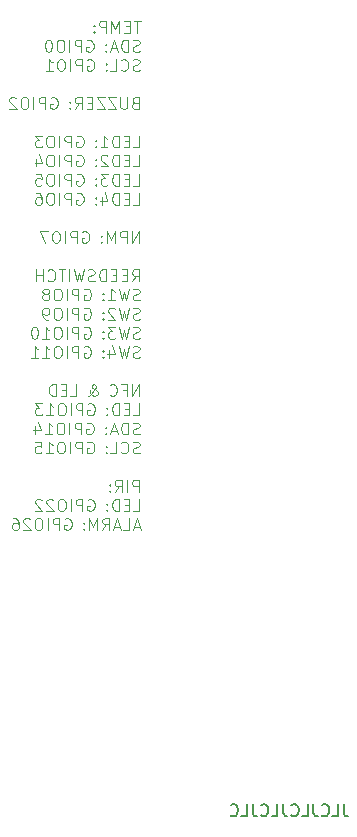
<source format=gbr>
%TF.GenerationSoftware,KiCad,Pcbnew,(7.0.0)*%
%TF.CreationDate,2023-04-02T16:17:38+02:00*%
%TF.ProjectId,W5100S-EVB-Pico-Breakout,57353130-3053-42d4-9556-422d5069636f,rev?*%
%TF.SameCoordinates,Original*%
%TF.FileFunction,Legend,Bot*%
%TF.FilePolarity,Positive*%
%FSLAX46Y46*%
G04 Gerber Fmt 4.6, Leading zero omitted, Abs format (unit mm)*
G04 Created by KiCad (PCBNEW (7.0.0)) date 2023-04-02 16:17:38*
%MOMM*%
%LPD*%
G01*
G04 APERTURE LIST*
%ADD10C,0.125000*%
%ADD11C,0.150000*%
G04 APERTURE END LIST*
D10*
X120227442Y-65705081D02*
X119656014Y-65705081D01*
X119941728Y-66705081D02*
X119941728Y-65705081D01*
X119322680Y-66181272D02*
X118989347Y-66181272D01*
X118846490Y-66705081D02*
X119322680Y-66705081D01*
X119322680Y-66705081D02*
X119322680Y-65705081D01*
X119322680Y-65705081D02*
X118846490Y-65705081D01*
X118417918Y-66705081D02*
X118417918Y-65705081D01*
X118417918Y-65705081D02*
X118084585Y-66419367D01*
X118084585Y-66419367D02*
X117751252Y-65705081D01*
X117751252Y-65705081D02*
X117751252Y-66705081D01*
X117275061Y-66705081D02*
X117275061Y-65705081D01*
X117275061Y-65705081D02*
X116894109Y-65705081D01*
X116894109Y-65705081D02*
X116798871Y-65752701D01*
X116798871Y-65752701D02*
X116751252Y-65800320D01*
X116751252Y-65800320D02*
X116703633Y-65895558D01*
X116703633Y-65895558D02*
X116703633Y-66038415D01*
X116703633Y-66038415D02*
X116751252Y-66133653D01*
X116751252Y-66133653D02*
X116798871Y-66181272D01*
X116798871Y-66181272D02*
X116894109Y-66228891D01*
X116894109Y-66228891D02*
X117275061Y-66228891D01*
X116275061Y-66609843D02*
X116227442Y-66657462D01*
X116227442Y-66657462D02*
X116275061Y-66705081D01*
X116275061Y-66705081D02*
X116322680Y-66657462D01*
X116322680Y-66657462D02*
X116275061Y-66609843D01*
X116275061Y-66609843D02*
X116275061Y-66705081D01*
X116275061Y-66086034D02*
X116227442Y-66133653D01*
X116227442Y-66133653D02*
X116275061Y-66181272D01*
X116275061Y-66181272D02*
X116322680Y-66133653D01*
X116322680Y-66133653D02*
X116275061Y-66086034D01*
X116275061Y-66086034D02*
X116275061Y-66181272D01*
X120132204Y-68277462D02*
X119989347Y-68325081D01*
X119989347Y-68325081D02*
X119751252Y-68325081D01*
X119751252Y-68325081D02*
X119656014Y-68277462D01*
X119656014Y-68277462D02*
X119608395Y-68229843D01*
X119608395Y-68229843D02*
X119560776Y-68134605D01*
X119560776Y-68134605D02*
X119560776Y-68039367D01*
X119560776Y-68039367D02*
X119608395Y-67944129D01*
X119608395Y-67944129D02*
X119656014Y-67896510D01*
X119656014Y-67896510D02*
X119751252Y-67848891D01*
X119751252Y-67848891D02*
X119941728Y-67801272D01*
X119941728Y-67801272D02*
X120036966Y-67753653D01*
X120036966Y-67753653D02*
X120084585Y-67706034D01*
X120084585Y-67706034D02*
X120132204Y-67610796D01*
X120132204Y-67610796D02*
X120132204Y-67515558D01*
X120132204Y-67515558D02*
X120084585Y-67420320D01*
X120084585Y-67420320D02*
X120036966Y-67372701D01*
X120036966Y-67372701D02*
X119941728Y-67325081D01*
X119941728Y-67325081D02*
X119703633Y-67325081D01*
X119703633Y-67325081D02*
X119560776Y-67372701D01*
X119132204Y-68325081D02*
X119132204Y-67325081D01*
X119132204Y-67325081D02*
X118894109Y-67325081D01*
X118894109Y-67325081D02*
X118751252Y-67372701D01*
X118751252Y-67372701D02*
X118656014Y-67467939D01*
X118656014Y-67467939D02*
X118608395Y-67563177D01*
X118608395Y-67563177D02*
X118560776Y-67753653D01*
X118560776Y-67753653D02*
X118560776Y-67896510D01*
X118560776Y-67896510D02*
X118608395Y-68086986D01*
X118608395Y-68086986D02*
X118656014Y-68182224D01*
X118656014Y-68182224D02*
X118751252Y-68277462D01*
X118751252Y-68277462D02*
X118894109Y-68325081D01*
X118894109Y-68325081D02*
X119132204Y-68325081D01*
X118179823Y-68039367D02*
X117703633Y-68039367D01*
X118275061Y-68325081D02*
X117941728Y-67325081D01*
X117941728Y-67325081D02*
X117608395Y-68325081D01*
X117275061Y-68229843D02*
X117227442Y-68277462D01*
X117227442Y-68277462D02*
X117275061Y-68325081D01*
X117275061Y-68325081D02*
X117322680Y-68277462D01*
X117322680Y-68277462D02*
X117275061Y-68229843D01*
X117275061Y-68229843D02*
X117275061Y-68325081D01*
X117275061Y-67706034D02*
X117227442Y-67753653D01*
X117227442Y-67753653D02*
X117275061Y-67801272D01*
X117275061Y-67801272D02*
X117322680Y-67753653D01*
X117322680Y-67753653D02*
X117275061Y-67706034D01*
X117275061Y-67706034D02*
X117275061Y-67801272D01*
X115675062Y-67372701D02*
X115770300Y-67325081D01*
X115770300Y-67325081D02*
X115913157Y-67325081D01*
X115913157Y-67325081D02*
X116056014Y-67372701D01*
X116056014Y-67372701D02*
X116151252Y-67467939D01*
X116151252Y-67467939D02*
X116198871Y-67563177D01*
X116198871Y-67563177D02*
X116246490Y-67753653D01*
X116246490Y-67753653D02*
X116246490Y-67896510D01*
X116246490Y-67896510D02*
X116198871Y-68086986D01*
X116198871Y-68086986D02*
X116151252Y-68182224D01*
X116151252Y-68182224D02*
X116056014Y-68277462D01*
X116056014Y-68277462D02*
X115913157Y-68325081D01*
X115913157Y-68325081D02*
X115817919Y-68325081D01*
X115817919Y-68325081D02*
X115675062Y-68277462D01*
X115675062Y-68277462D02*
X115627443Y-68229843D01*
X115627443Y-68229843D02*
X115627443Y-67896510D01*
X115627443Y-67896510D02*
X115817919Y-67896510D01*
X115198871Y-68325081D02*
X115198871Y-67325081D01*
X115198871Y-67325081D02*
X114817919Y-67325081D01*
X114817919Y-67325081D02*
X114722681Y-67372701D01*
X114722681Y-67372701D02*
X114675062Y-67420320D01*
X114675062Y-67420320D02*
X114627443Y-67515558D01*
X114627443Y-67515558D02*
X114627443Y-67658415D01*
X114627443Y-67658415D02*
X114675062Y-67753653D01*
X114675062Y-67753653D02*
X114722681Y-67801272D01*
X114722681Y-67801272D02*
X114817919Y-67848891D01*
X114817919Y-67848891D02*
X115198871Y-67848891D01*
X114198871Y-68325081D02*
X114198871Y-67325081D01*
X113532205Y-67325081D02*
X113341729Y-67325081D01*
X113341729Y-67325081D02*
X113246491Y-67372701D01*
X113246491Y-67372701D02*
X113151253Y-67467939D01*
X113151253Y-67467939D02*
X113103634Y-67658415D01*
X113103634Y-67658415D02*
X113103634Y-67991748D01*
X113103634Y-67991748D02*
X113151253Y-68182224D01*
X113151253Y-68182224D02*
X113246491Y-68277462D01*
X113246491Y-68277462D02*
X113341729Y-68325081D01*
X113341729Y-68325081D02*
X113532205Y-68325081D01*
X113532205Y-68325081D02*
X113627443Y-68277462D01*
X113627443Y-68277462D02*
X113722681Y-68182224D01*
X113722681Y-68182224D02*
X113770300Y-67991748D01*
X113770300Y-67991748D02*
X113770300Y-67658415D01*
X113770300Y-67658415D02*
X113722681Y-67467939D01*
X113722681Y-67467939D02*
X113627443Y-67372701D01*
X113627443Y-67372701D02*
X113532205Y-67325081D01*
X112484586Y-67325081D02*
X112389348Y-67325081D01*
X112389348Y-67325081D02*
X112294110Y-67372701D01*
X112294110Y-67372701D02*
X112246491Y-67420320D01*
X112246491Y-67420320D02*
X112198872Y-67515558D01*
X112198872Y-67515558D02*
X112151253Y-67706034D01*
X112151253Y-67706034D02*
X112151253Y-67944129D01*
X112151253Y-67944129D02*
X112198872Y-68134605D01*
X112198872Y-68134605D02*
X112246491Y-68229843D01*
X112246491Y-68229843D02*
X112294110Y-68277462D01*
X112294110Y-68277462D02*
X112389348Y-68325081D01*
X112389348Y-68325081D02*
X112484586Y-68325081D01*
X112484586Y-68325081D02*
X112579824Y-68277462D01*
X112579824Y-68277462D02*
X112627443Y-68229843D01*
X112627443Y-68229843D02*
X112675062Y-68134605D01*
X112675062Y-68134605D02*
X112722681Y-67944129D01*
X112722681Y-67944129D02*
X112722681Y-67706034D01*
X112722681Y-67706034D02*
X112675062Y-67515558D01*
X112675062Y-67515558D02*
X112627443Y-67420320D01*
X112627443Y-67420320D02*
X112579824Y-67372701D01*
X112579824Y-67372701D02*
X112484586Y-67325081D01*
X120132204Y-69897462D02*
X119989347Y-69945081D01*
X119989347Y-69945081D02*
X119751252Y-69945081D01*
X119751252Y-69945081D02*
X119656014Y-69897462D01*
X119656014Y-69897462D02*
X119608395Y-69849843D01*
X119608395Y-69849843D02*
X119560776Y-69754605D01*
X119560776Y-69754605D02*
X119560776Y-69659367D01*
X119560776Y-69659367D02*
X119608395Y-69564129D01*
X119608395Y-69564129D02*
X119656014Y-69516510D01*
X119656014Y-69516510D02*
X119751252Y-69468891D01*
X119751252Y-69468891D02*
X119941728Y-69421272D01*
X119941728Y-69421272D02*
X120036966Y-69373653D01*
X120036966Y-69373653D02*
X120084585Y-69326034D01*
X120084585Y-69326034D02*
X120132204Y-69230796D01*
X120132204Y-69230796D02*
X120132204Y-69135558D01*
X120132204Y-69135558D02*
X120084585Y-69040320D01*
X120084585Y-69040320D02*
X120036966Y-68992701D01*
X120036966Y-68992701D02*
X119941728Y-68945081D01*
X119941728Y-68945081D02*
X119703633Y-68945081D01*
X119703633Y-68945081D02*
X119560776Y-68992701D01*
X118560776Y-69849843D02*
X118608395Y-69897462D01*
X118608395Y-69897462D02*
X118751252Y-69945081D01*
X118751252Y-69945081D02*
X118846490Y-69945081D01*
X118846490Y-69945081D02*
X118989347Y-69897462D01*
X118989347Y-69897462D02*
X119084585Y-69802224D01*
X119084585Y-69802224D02*
X119132204Y-69706986D01*
X119132204Y-69706986D02*
X119179823Y-69516510D01*
X119179823Y-69516510D02*
X119179823Y-69373653D01*
X119179823Y-69373653D02*
X119132204Y-69183177D01*
X119132204Y-69183177D02*
X119084585Y-69087939D01*
X119084585Y-69087939D02*
X118989347Y-68992701D01*
X118989347Y-68992701D02*
X118846490Y-68945081D01*
X118846490Y-68945081D02*
X118751252Y-68945081D01*
X118751252Y-68945081D02*
X118608395Y-68992701D01*
X118608395Y-68992701D02*
X118560776Y-69040320D01*
X117656014Y-69945081D02*
X118132204Y-69945081D01*
X118132204Y-69945081D02*
X118132204Y-68945081D01*
X117322680Y-69849843D02*
X117275061Y-69897462D01*
X117275061Y-69897462D02*
X117322680Y-69945081D01*
X117322680Y-69945081D02*
X117370299Y-69897462D01*
X117370299Y-69897462D02*
X117322680Y-69849843D01*
X117322680Y-69849843D02*
X117322680Y-69945081D01*
X117322680Y-69326034D02*
X117275061Y-69373653D01*
X117275061Y-69373653D02*
X117322680Y-69421272D01*
X117322680Y-69421272D02*
X117370299Y-69373653D01*
X117370299Y-69373653D02*
X117322680Y-69326034D01*
X117322680Y-69326034D02*
X117322680Y-69421272D01*
X115722681Y-68992701D02*
X115817919Y-68945081D01*
X115817919Y-68945081D02*
X115960776Y-68945081D01*
X115960776Y-68945081D02*
X116103633Y-68992701D01*
X116103633Y-68992701D02*
X116198871Y-69087939D01*
X116198871Y-69087939D02*
X116246490Y-69183177D01*
X116246490Y-69183177D02*
X116294109Y-69373653D01*
X116294109Y-69373653D02*
X116294109Y-69516510D01*
X116294109Y-69516510D02*
X116246490Y-69706986D01*
X116246490Y-69706986D02*
X116198871Y-69802224D01*
X116198871Y-69802224D02*
X116103633Y-69897462D01*
X116103633Y-69897462D02*
X115960776Y-69945081D01*
X115960776Y-69945081D02*
X115865538Y-69945081D01*
X115865538Y-69945081D02*
X115722681Y-69897462D01*
X115722681Y-69897462D02*
X115675062Y-69849843D01*
X115675062Y-69849843D02*
X115675062Y-69516510D01*
X115675062Y-69516510D02*
X115865538Y-69516510D01*
X115246490Y-69945081D02*
X115246490Y-68945081D01*
X115246490Y-68945081D02*
X114865538Y-68945081D01*
X114865538Y-68945081D02*
X114770300Y-68992701D01*
X114770300Y-68992701D02*
X114722681Y-69040320D01*
X114722681Y-69040320D02*
X114675062Y-69135558D01*
X114675062Y-69135558D02*
X114675062Y-69278415D01*
X114675062Y-69278415D02*
X114722681Y-69373653D01*
X114722681Y-69373653D02*
X114770300Y-69421272D01*
X114770300Y-69421272D02*
X114865538Y-69468891D01*
X114865538Y-69468891D02*
X115246490Y-69468891D01*
X114246490Y-69945081D02*
X114246490Y-68945081D01*
X113579824Y-68945081D02*
X113389348Y-68945081D01*
X113389348Y-68945081D02*
X113294110Y-68992701D01*
X113294110Y-68992701D02*
X113198872Y-69087939D01*
X113198872Y-69087939D02*
X113151253Y-69278415D01*
X113151253Y-69278415D02*
X113151253Y-69611748D01*
X113151253Y-69611748D02*
X113198872Y-69802224D01*
X113198872Y-69802224D02*
X113294110Y-69897462D01*
X113294110Y-69897462D02*
X113389348Y-69945081D01*
X113389348Y-69945081D02*
X113579824Y-69945081D01*
X113579824Y-69945081D02*
X113675062Y-69897462D01*
X113675062Y-69897462D02*
X113770300Y-69802224D01*
X113770300Y-69802224D02*
X113817919Y-69611748D01*
X113817919Y-69611748D02*
X113817919Y-69278415D01*
X113817919Y-69278415D02*
X113770300Y-69087939D01*
X113770300Y-69087939D02*
X113675062Y-68992701D01*
X113675062Y-68992701D02*
X113579824Y-68945081D01*
X112198872Y-69945081D02*
X112770300Y-69945081D01*
X112484586Y-69945081D02*
X112484586Y-68945081D01*
X112484586Y-68945081D02*
X112579824Y-69087939D01*
X112579824Y-69087939D02*
X112675062Y-69183177D01*
X112675062Y-69183177D02*
X112770300Y-69230796D01*
X119751252Y-72661272D02*
X119608395Y-72708891D01*
X119608395Y-72708891D02*
X119560776Y-72756510D01*
X119560776Y-72756510D02*
X119513157Y-72851748D01*
X119513157Y-72851748D02*
X119513157Y-72994605D01*
X119513157Y-72994605D02*
X119560776Y-73089843D01*
X119560776Y-73089843D02*
X119608395Y-73137462D01*
X119608395Y-73137462D02*
X119703633Y-73185081D01*
X119703633Y-73185081D02*
X120084585Y-73185081D01*
X120084585Y-73185081D02*
X120084585Y-72185081D01*
X120084585Y-72185081D02*
X119751252Y-72185081D01*
X119751252Y-72185081D02*
X119656014Y-72232701D01*
X119656014Y-72232701D02*
X119608395Y-72280320D01*
X119608395Y-72280320D02*
X119560776Y-72375558D01*
X119560776Y-72375558D02*
X119560776Y-72470796D01*
X119560776Y-72470796D02*
X119608395Y-72566034D01*
X119608395Y-72566034D02*
X119656014Y-72613653D01*
X119656014Y-72613653D02*
X119751252Y-72661272D01*
X119751252Y-72661272D02*
X120084585Y-72661272D01*
X119084585Y-72185081D02*
X119084585Y-72994605D01*
X119084585Y-72994605D02*
X119036966Y-73089843D01*
X119036966Y-73089843D02*
X118989347Y-73137462D01*
X118989347Y-73137462D02*
X118894109Y-73185081D01*
X118894109Y-73185081D02*
X118703633Y-73185081D01*
X118703633Y-73185081D02*
X118608395Y-73137462D01*
X118608395Y-73137462D02*
X118560776Y-73089843D01*
X118560776Y-73089843D02*
X118513157Y-72994605D01*
X118513157Y-72994605D02*
X118513157Y-72185081D01*
X118132204Y-72185081D02*
X117465538Y-72185081D01*
X117465538Y-72185081D02*
X118132204Y-73185081D01*
X118132204Y-73185081D02*
X117465538Y-73185081D01*
X117179823Y-72185081D02*
X116513157Y-72185081D01*
X116513157Y-72185081D02*
X117179823Y-73185081D01*
X117179823Y-73185081D02*
X116513157Y-73185081D01*
X116132204Y-72661272D02*
X115798871Y-72661272D01*
X115656014Y-73185081D02*
X116132204Y-73185081D01*
X116132204Y-73185081D02*
X116132204Y-72185081D01*
X116132204Y-72185081D02*
X115656014Y-72185081D01*
X114656014Y-73185081D02*
X114989347Y-72708891D01*
X115227442Y-73185081D02*
X115227442Y-72185081D01*
X115227442Y-72185081D02*
X114846490Y-72185081D01*
X114846490Y-72185081D02*
X114751252Y-72232701D01*
X114751252Y-72232701D02*
X114703633Y-72280320D01*
X114703633Y-72280320D02*
X114656014Y-72375558D01*
X114656014Y-72375558D02*
X114656014Y-72518415D01*
X114656014Y-72518415D02*
X114703633Y-72613653D01*
X114703633Y-72613653D02*
X114751252Y-72661272D01*
X114751252Y-72661272D02*
X114846490Y-72708891D01*
X114846490Y-72708891D02*
X115227442Y-72708891D01*
X114227442Y-73089843D02*
X114179823Y-73137462D01*
X114179823Y-73137462D02*
X114227442Y-73185081D01*
X114227442Y-73185081D02*
X114275061Y-73137462D01*
X114275061Y-73137462D02*
X114227442Y-73089843D01*
X114227442Y-73089843D02*
X114227442Y-73185081D01*
X114227442Y-72566034D02*
X114179823Y-72613653D01*
X114179823Y-72613653D02*
X114227442Y-72661272D01*
X114227442Y-72661272D02*
X114275061Y-72613653D01*
X114275061Y-72613653D02*
X114227442Y-72566034D01*
X114227442Y-72566034D02*
X114227442Y-72661272D01*
X112627443Y-72232701D02*
X112722681Y-72185081D01*
X112722681Y-72185081D02*
X112865538Y-72185081D01*
X112865538Y-72185081D02*
X113008395Y-72232701D01*
X113008395Y-72232701D02*
X113103633Y-72327939D01*
X113103633Y-72327939D02*
X113151252Y-72423177D01*
X113151252Y-72423177D02*
X113198871Y-72613653D01*
X113198871Y-72613653D02*
X113198871Y-72756510D01*
X113198871Y-72756510D02*
X113151252Y-72946986D01*
X113151252Y-72946986D02*
X113103633Y-73042224D01*
X113103633Y-73042224D02*
X113008395Y-73137462D01*
X113008395Y-73137462D02*
X112865538Y-73185081D01*
X112865538Y-73185081D02*
X112770300Y-73185081D01*
X112770300Y-73185081D02*
X112627443Y-73137462D01*
X112627443Y-73137462D02*
X112579824Y-73089843D01*
X112579824Y-73089843D02*
X112579824Y-72756510D01*
X112579824Y-72756510D02*
X112770300Y-72756510D01*
X112151252Y-73185081D02*
X112151252Y-72185081D01*
X112151252Y-72185081D02*
X111770300Y-72185081D01*
X111770300Y-72185081D02*
X111675062Y-72232701D01*
X111675062Y-72232701D02*
X111627443Y-72280320D01*
X111627443Y-72280320D02*
X111579824Y-72375558D01*
X111579824Y-72375558D02*
X111579824Y-72518415D01*
X111579824Y-72518415D02*
X111627443Y-72613653D01*
X111627443Y-72613653D02*
X111675062Y-72661272D01*
X111675062Y-72661272D02*
X111770300Y-72708891D01*
X111770300Y-72708891D02*
X112151252Y-72708891D01*
X111151252Y-73185081D02*
X111151252Y-72185081D01*
X110484586Y-72185081D02*
X110294110Y-72185081D01*
X110294110Y-72185081D02*
X110198872Y-72232701D01*
X110198872Y-72232701D02*
X110103634Y-72327939D01*
X110103634Y-72327939D02*
X110056015Y-72518415D01*
X110056015Y-72518415D02*
X110056015Y-72851748D01*
X110056015Y-72851748D02*
X110103634Y-73042224D01*
X110103634Y-73042224D02*
X110198872Y-73137462D01*
X110198872Y-73137462D02*
X110294110Y-73185081D01*
X110294110Y-73185081D02*
X110484586Y-73185081D01*
X110484586Y-73185081D02*
X110579824Y-73137462D01*
X110579824Y-73137462D02*
X110675062Y-73042224D01*
X110675062Y-73042224D02*
X110722681Y-72851748D01*
X110722681Y-72851748D02*
X110722681Y-72518415D01*
X110722681Y-72518415D02*
X110675062Y-72327939D01*
X110675062Y-72327939D02*
X110579824Y-72232701D01*
X110579824Y-72232701D02*
X110484586Y-72185081D01*
X109675062Y-72280320D02*
X109627443Y-72232701D01*
X109627443Y-72232701D02*
X109532205Y-72185081D01*
X109532205Y-72185081D02*
X109294110Y-72185081D01*
X109294110Y-72185081D02*
X109198872Y-72232701D01*
X109198872Y-72232701D02*
X109151253Y-72280320D01*
X109151253Y-72280320D02*
X109103634Y-72375558D01*
X109103634Y-72375558D02*
X109103634Y-72470796D01*
X109103634Y-72470796D02*
X109151253Y-72613653D01*
X109151253Y-72613653D02*
X109722681Y-73185081D01*
X109722681Y-73185081D02*
X109103634Y-73185081D01*
X119608395Y-76425081D02*
X120084585Y-76425081D01*
X120084585Y-76425081D02*
X120084585Y-75425081D01*
X119275061Y-75901272D02*
X118941728Y-75901272D01*
X118798871Y-76425081D02*
X119275061Y-76425081D01*
X119275061Y-76425081D02*
X119275061Y-75425081D01*
X119275061Y-75425081D02*
X118798871Y-75425081D01*
X118370299Y-76425081D02*
X118370299Y-75425081D01*
X118370299Y-75425081D02*
X118132204Y-75425081D01*
X118132204Y-75425081D02*
X117989347Y-75472701D01*
X117989347Y-75472701D02*
X117894109Y-75567939D01*
X117894109Y-75567939D02*
X117846490Y-75663177D01*
X117846490Y-75663177D02*
X117798871Y-75853653D01*
X117798871Y-75853653D02*
X117798871Y-75996510D01*
X117798871Y-75996510D02*
X117846490Y-76186986D01*
X117846490Y-76186986D02*
X117894109Y-76282224D01*
X117894109Y-76282224D02*
X117989347Y-76377462D01*
X117989347Y-76377462D02*
X118132204Y-76425081D01*
X118132204Y-76425081D02*
X118370299Y-76425081D01*
X116846490Y-76425081D02*
X117417918Y-76425081D01*
X117132204Y-76425081D02*
X117132204Y-75425081D01*
X117132204Y-75425081D02*
X117227442Y-75567939D01*
X117227442Y-75567939D02*
X117322680Y-75663177D01*
X117322680Y-75663177D02*
X117417918Y-75710796D01*
X116417918Y-76329843D02*
X116370299Y-76377462D01*
X116370299Y-76377462D02*
X116417918Y-76425081D01*
X116417918Y-76425081D02*
X116465537Y-76377462D01*
X116465537Y-76377462D02*
X116417918Y-76329843D01*
X116417918Y-76329843D02*
X116417918Y-76425081D01*
X116417918Y-75806034D02*
X116370299Y-75853653D01*
X116370299Y-75853653D02*
X116417918Y-75901272D01*
X116417918Y-75901272D02*
X116465537Y-75853653D01*
X116465537Y-75853653D02*
X116417918Y-75806034D01*
X116417918Y-75806034D02*
X116417918Y-75901272D01*
X114817919Y-75472701D02*
X114913157Y-75425081D01*
X114913157Y-75425081D02*
X115056014Y-75425081D01*
X115056014Y-75425081D02*
X115198871Y-75472701D01*
X115198871Y-75472701D02*
X115294109Y-75567939D01*
X115294109Y-75567939D02*
X115341728Y-75663177D01*
X115341728Y-75663177D02*
X115389347Y-75853653D01*
X115389347Y-75853653D02*
X115389347Y-75996510D01*
X115389347Y-75996510D02*
X115341728Y-76186986D01*
X115341728Y-76186986D02*
X115294109Y-76282224D01*
X115294109Y-76282224D02*
X115198871Y-76377462D01*
X115198871Y-76377462D02*
X115056014Y-76425081D01*
X115056014Y-76425081D02*
X114960776Y-76425081D01*
X114960776Y-76425081D02*
X114817919Y-76377462D01*
X114817919Y-76377462D02*
X114770300Y-76329843D01*
X114770300Y-76329843D02*
X114770300Y-75996510D01*
X114770300Y-75996510D02*
X114960776Y-75996510D01*
X114341728Y-76425081D02*
X114341728Y-75425081D01*
X114341728Y-75425081D02*
X113960776Y-75425081D01*
X113960776Y-75425081D02*
X113865538Y-75472701D01*
X113865538Y-75472701D02*
X113817919Y-75520320D01*
X113817919Y-75520320D02*
X113770300Y-75615558D01*
X113770300Y-75615558D02*
X113770300Y-75758415D01*
X113770300Y-75758415D02*
X113817919Y-75853653D01*
X113817919Y-75853653D02*
X113865538Y-75901272D01*
X113865538Y-75901272D02*
X113960776Y-75948891D01*
X113960776Y-75948891D02*
X114341728Y-75948891D01*
X113341728Y-76425081D02*
X113341728Y-75425081D01*
X112675062Y-75425081D02*
X112484586Y-75425081D01*
X112484586Y-75425081D02*
X112389348Y-75472701D01*
X112389348Y-75472701D02*
X112294110Y-75567939D01*
X112294110Y-75567939D02*
X112246491Y-75758415D01*
X112246491Y-75758415D02*
X112246491Y-76091748D01*
X112246491Y-76091748D02*
X112294110Y-76282224D01*
X112294110Y-76282224D02*
X112389348Y-76377462D01*
X112389348Y-76377462D02*
X112484586Y-76425081D01*
X112484586Y-76425081D02*
X112675062Y-76425081D01*
X112675062Y-76425081D02*
X112770300Y-76377462D01*
X112770300Y-76377462D02*
X112865538Y-76282224D01*
X112865538Y-76282224D02*
X112913157Y-76091748D01*
X112913157Y-76091748D02*
X112913157Y-75758415D01*
X112913157Y-75758415D02*
X112865538Y-75567939D01*
X112865538Y-75567939D02*
X112770300Y-75472701D01*
X112770300Y-75472701D02*
X112675062Y-75425081D01*
X111913157Y-75425081D02*
X111294110Y-75425081D01*
X111294110Y-75425081D02*
X111627443Y-75806034D01*
X111627443Y-75806034D02*
X111484586Y-75806034D01*
X111484586Y-75806034D02*
X111389348Y-75853653D01*
X111389348Y-75853653D02*
X111341729Y-75901272D01*
X111341729Y-75901272D02*
X111294110Y-75996510D01*
X111294110Y-75996510D02*
X111294110Y-76234605D01*
X111294110Y-76234605D02*
X111341729Y-76329843D01*
X111341729Y-76329843D02*
X111389348Y-76377462D01*
X111389348Y-76377462D02*
X111484586Y-76425081D01*
X111484586Y-76425081D02*
X111770300Y-76425081D01*
X111770300Y-76425081D02*
X111865538Y-76377462D01*
X111865538Y-76377462D02*
X111913157Y-76329843D01*
X119608395Y-78045081D02*
X120084585Y-78045081D01*
X120084585Y-78045081D02*
X120084585Y-77045081D01*
X119275061Y-77521272D02*
X118941728Y-77521272D01*
X118798871Y-78045081D02*
X119275061Y-78045081D01*
X119275061Y-78045081D02*
X119275061Y-77045081D01*
X119275061Y-77045081D02*
X118798871Y-77045081D01*
X118370299Y-78045081D02*
X118370299Y-77045081D01*
X118370299Y-77045081D02*
X118132204Y-77045081D01*
X118132204Y-77045081D02*
X117989347Y-77092701D01*
X117989347Y-77092701D02*
X117894109Y-77187939D01*
X117894109Y-77187939D02*
X117846490Y-77283177D01*
X117846490Y-77283177D02*
X117798871Y-77473653D01*
X117798871Y-77473653D02*
X117798871Y-77616510D01*
X117798871Y-77616510D02*
X117846490Y-77806986D01*
X117846490Y-77806986D02*
X117894109Y-77902224D01*
X117894109Y-77902224D02*
X117989347Y-77997462D01*
X117989347Y-77997462D02*
X118132204Y-78045081D01*
X118132204Y-78045081D02*
X118370299Y-78045081D01*
X117417918Y-77140320D02*
X117370299Y-77092701D01*
X117370299Y-77092701D02*
X117275061Y-77045081D01*
X117275061Y-77045081D02*
X117036966Y-77045081D01*
X117036966Y-77045081D02*
X116941728Y-77092701D01*
X116941728Y-77092701D02*
X116894109Y-77140320D01*
X116894109Y-77140320D02*
X116846490Y-77235558D01*
X116846490Y-77235558D02*
X116846490Y-77330796D01*
X116846490Y-77330796D02*
X116894109Y-77473653D01*
X116894109Y-77473653D02*
X117465537Y-78045081D01*
X117465537Y-78045081D02*
X116846490Y-78045081D01*
X116417918Y-77949843D02*
X116370299Y-77997462D01*
X116370299Y-77997462D02*
X116417918Y-78045081D01*
X116417918Y-78045081D02*
X116465537Y-77997462D01*
X116465537Y-77997462D02*
X116417918Y-77949843D01*
X116417918Y-77949843D02*
X116417918Y-78045081D01*
X116417918Y-77426034D02*
X116370299Y-77473653D01*
X116370299Y-77473653D02*
X116417918Y-77521272D01*
X116417918Y-77521272D02*
X116465537Y-77473653D01*
X116465537Y-77473653D02*
X116417918Y-77426034D01*
X116417918Y-77426034D02*
X116417918Y-77521272D01*
X114817919Y-77092701D02*
X114913157Y-77045081D01*
X114913157Y-77045081D02*
X115056014Y-77045081D01*
X115056014Y-77045081D02*
X115198871Y-77092701D01*
X115198871Y-77092701D02*
X115294109Y-77187939D01*
X115294109Y-77187939D02*
X115341728Y-77283177D01*
X115341728Y-77283177D02*
X115389347Y-77473653D01*
X115389347Y-77473653D02*
X115389347Y-77616510D01*
X115389347Y-77616510D02*
X115341728Y-77806986D01*
X115341728Y-77806986D02*
X115294109Y-77902224D01*
X115294109Y-77902224D02*
X115198871Y-77997462D01*
X115198871Y-77997462D02*
X115056014Y-78045081D01*
X115056014Y-78045081D02*
X114960776Y-78045081D01*
X114960776Y-78045081D02*
X114817919Y-77997462D01*
X114817919Y-77997462D02*
X114770300Y-77949843D01*
X114770300Y-77949843D02*
X114770300Y-77616510D01*
X114770300Y-77616510D02*
X114960776Y-77616510D01*
X114341728Y-78045081D02*
X114341728Y-77045081D01*
X114341728Y-77045081D02*
X113960776Y-77045081D01*
X113960776Y-77045081D02*
X113865538Y-77092701D01*
X113865538Y-77092701D02*
X113817919Y-77140320D01*
X113817919Y-77140320D02*
X113770300Y-77235558D01*
X113770300Y-77235558D02*
X113770300Y-77378415D01*
X113770300Y-77378415D02*
X113817919Y-77473653D01*
X113817919Y-77473653D02*
X113865538Y-77521272D01*
X113865538Y-77521272D02*
X113960776Y-77568891D01*
X113960776Y-77568891D02*
X114341728Y-77568891D01*
X113341728Y-78045081D02*
X113341728Y-77045081D01*
X112675062Y-77045081D02*
X112484586Y-77045081D01*
X112484586Y-77045081D02*
X112389348Y-77092701D01*
X112389348Y-77092701D02*
X112294110Y-77187939D01*
X112294110Y-77187939D02*
X112246491Y-77378415D01*
X112246491Y-77378415D02*
X112246491Y-77711748D01*
X112246491Y-77711748D02*
X112294110Y-77902224D01*
X112294110Y-77902224D02*
X112389348Y-77997462D01*
X112389348Y-77997462D02*
X112484586Y-78045081D01*
X112484586Y-78045081D02*
X112675062Y-78045081D01*
X112675062Y-78045081D02*
X112770300Y-77997462D01*
X112770300Y-77997462D02*
X112865538Y-77902224D01*
X112865538Y-77902224D02*
X112913157Y-77711748D01*
X112913157Y-77711748D02*
X112913157Y-77378415D01*
X112913157Y-77378415D02*
X112865538Y-77187939D01*
X112865538Y-77187939D02*
X112770300Y-77092701D01*
X112770300Y-77092701D02*
X112675062Y-77045081D01*
X111389348Y-77378415D02*
X111389348Y-78045081D01*
X111627443Y-76997462D02*
X111865538Y-77711748D01*
X111865538Y-77711748D02*
X111246491Y-77711748D01*
X119608395Y-79665081D02*
X120084585Y-79665081D01*
X120084585Y-79665081D02*
X120084585Y-78665081D01*
X119275061Y-79141272D02*
X118941728Y-79141272D01*
X118798871Y-79665081D02*
X119275061Y-79665081D01*
X119275061Y-79665081D02*
X119275061Y-78665081D01*
X119275061Y-78665081D02*
X118798871Y-78665081D01*
X118370299Y-79665081D02*
X118370299Y-78665081D01*
X118370299Y-78665081D02*
X118132204Y-78665081D01*
X118132204Y-78665081D02*
X117989347Y-78712701D01*
X117989347Y-78712701D02*
X117894109Y-78807939D01*
X117894109Y-78807939D02*
X117846490Y-78903177D01*
X117846490Y-78903177D02*
X117798871Y-79093653D01*
X117798871Y-79093653D02*
X117798871Y-79236510D01*
X117798871Y-79236510D02*
X117846490Y-79426986D01*
X117846490Y-79426986D02*
X117894109Y-79522224D01*
X117894109Y-79522224D02*
X117989347Y-79617462D01*
X117989347Y-79617462D02*
X118132204Y-79665081D01*
X118132204Y-79665081D02*
X118370299Y-79665081D01*
X117465537Y-78665081D02*
X116846490Y-78665081D01*
X116846490Y-78665081D02*
X117179823Y-79046034D01*
X117179823Y-79046034D02*
X117036966Y-79046034D01*
X117036966Y-79046034D02*
X116941728Y-79093653D01*
X116941728Y-79093653D02*
X116894109Y-79141272D01*
X116894109Y-79141272D02*
X116846490Y-79236510D01*
X116846490Y-79236510D02*
X116846490Y-79474605D01*
X116846490Y-79474605D02*
X116894109Y-79569843D01*
X116894109Y-79569843D02*
X116941728Y-79617462D01*
X116941728Y-79617462D02*
X117036966Y-79665081D01*
X117036966Y-79665081D02*
X117322680Y-79665081D01*
X117322680Y-79665081D02*
X117417918Y-79617462D01*
X117417918Y-79617462D02*
X117465537Y-79569843D01*
X116417918Y-79569843D02*
X116370299Y-79617462D01*
X116370299Y-79617462D02*
X116417918Y-79665081D01*
X116417918Y-79665081D02*
X116465537Y-79617462D01*
X116465537Y-79617462D02*
X116417918Y-79569843D01*
X116417918Y-79569843D02*
X116417918Y-79665081D01*
X116417918Y-79046034D02*
X116370299Y-79093653D01*
X116370299Y-79093653D02*
X116417918Y-79141272D01*
X116417918Y-79141272D02*
X116465537Y-79093653D01*
X116465537Y-79093653D02*
X116417918Y-79046034D01*
X116417918Y-79046034D02*
X116417918Y-79141272D01*
X114817919Y-78712701D02*
X114913157Y-78665081D01*
X114913157Y-78665081D02*
X115056014Y-78665081D01*
X115056014Y-78665081D02*
X115198871Y-78712701D01*
X115198871Y-78712701D02*
X115294109Y-78807939D01*
X115294109Y-78807939D02*
X115341728Y-78903177D01*
X115341728Y-78903177D02*
X115389347Y-79093653D01*
X115389347Y-79093653D02*
X115389347Y-79236510D01*
X115389347Y-79236510D02*
X115341728Y-79426986D01*
X115341728Y-79426986D02*
X115294109Y-79522224D01*
X115294109Y-79522224D02*
X115198871Y-79617462D01*
X115198871Y-79617462D02*
X115056014Y-79665081D01*
X115056014Y-79665081D02*
X114960776Y-79665081D01*
X114960776Y-79665081D02*
X114817919Y-79617462D01*
X114817919Y-79617462D02*
X114770300Y-79569843D01*
X114770300Y-79569843D02*
X114770300Y-79236510D01*
X114770300Y-79236510D02*
X114960776Y-79236510D01*
X114341728Y-79665081D02*
X114341728Y-78665081D01*
X114341728Y-78665081D02*
X113960776Y-78665081D01*
X113960776Y-78665081D02*
X113865538Y-78712701D01*
X113865538Y-78712701D02*
X113817919Y-78760320D01*
X113817919Y-78760320D02*
X113770300Y-78855558D01*
X113770300Y-78855558D02*
X113770300Y-78998415D01*
X113770300Y-78998415D02*
X113817919Y-79093653D01*
X113817919Y-79093653D02*
X113865538Y-79141272D01*
X113865538Y-79141272D02*
X113960776Y-79188891D01*
X113960776Y-79188891D02*
X114341728Y-79188891D01*
X113341728Y-79665081D02*
X113341728Y-78665081D01*
X112675062Y-78665081D02*
X112484586Y-78665081D01*
X112484586Y-78665081D02*
X112389348Y-78712701D01*
X112389348Y-78712701D02*
X112294110Y-78807939D01*
X112294110Y-78807939D02*
X112246491Y-78998415D01*
X112246491Y-78998415D02*
X112246491Y-79331748D01*
X112246491Y-79331748D02*
X112294110Y-79522224D01*
X112294110Y-79522224D02*
X112389348Y-79617462D01*
X112389348Y-79617462D02*
X112484586Y-79665081D01*
X112484586Y-79665081D02*
X112675062Y-79665081D01*
X112675062Y-79665081D02*
X112770300Y-79617462D01*
X112770300Y-79617462D02*
X112865538Y-79522224D01*
X112865538Y-79522224D02*
X112913157Y-79331748D01*
X112913157Y-79331748D02*
X112913157Y-78998415D01*
X112913157Y-78998415D02*
X112865538Y-78807939D01*
X112865538Y-78807939D02*
X112770300Y-78712701D01*
X112770300Y-78712701D02*
X112675062Y-78665081D01*
X111341729Y-78665081D02*
X111817919Y-78665081D01*
X111817919Y-78665081D02*
X111865538Y-79141272D01*
X111865538Y-79141272D02*
X111817919Y-79093653D01*
X111817919Y-79093653D02*
X111722681Y-79046034D01*
X111722681Y-79046034D02*
X111484586Y-79046034D01*
X111484586Y-79046034D02*
X111389348Y-79093653D01*
X111389348Y-79093653D02*
X111341729Y-79141272D01*
X111341729Y-79141272D02*
X111294110Y-79236510D01*
X111294110Y-79236510D02*
X111294110Y-79474605D01*
X111294110Y-79474605D02*
X111341729Y-79569843D01*
X111341729Y-79569843D02*
X111389348Y-79617462D01*
X111389348Y-79617462D02*
X111484586Y-79665081D01*
X111484586Y-79665081D02*
X111722681Y-79665081D01*
X111722681Y-79665081D02*
X111817919Y-79617462D01*
X111817919Y-79617462D02*
X111865538Y-79569843D01*
X119608395Y-81285081D02*
X120084585Y-81285081D01*
X120084585Y-81285081D02*
X120084585Y-80285081D01*
X119275061Y-80761272D02*
X118941728Y-80761272D01*
X118798871Y-81285081D02*
X119275061Y-81285081D01*
X119275061Y-81285081D02*
X119275061Y-80285081D01*
X119275061Y-80285081D02*
X118798871Y-80285081D01*
X118370299Y-81285081D02*
X118370299Y-80285081D01*
X118370299Y-80285081D02*
X118132204Y-80285081D01*
X118132204Y-80285081D02*
X117989347Y-80332701D01*
X117989347Y-80332701D02*
X117894109Y-80427939D01*
X117894109Y-80427939D02*
X117846490Y-80523177D01*
X117846490Y-80523177D02*
X117798871Y-80713653D01*
X117798871Y-80713653D02*
X117798871Y-80856510D01*
X117798871Y-80856510D02*
X117846490Y-81046986D01*
X117846490Y-81046986D02*
X117894109Y-81142224D01*
X117894109Y-81142224D02*
X117989347Y-81237462D01*
X117989347Y-81237462D02*
X118132204Y-81285081D01*
X118132204Y-81285081D02*
X118370299Y-81285081D01*
X116941728Y-80618415D02*
X116941728Y-81285081D01*
X117179823Y-80237462D02*
X117417918Y-80951748D01*
X117417918Y-80951748D02*
X116798871Y-80951748D01*
X116417918Y-81189843D02*
X116370299Y-81237462D01*
X116370299Y-81237462D02*
X116417918Y-81285081D01*
X116417918Y-81285081D02*
X116465537Y-81237462D01*
X116465537Y-81237462D02*
X116417918Y-81189843D01*
X116417918Y-81189843D02*
X116417918Y-81285081D01*
X116417918Y-80666034D02*
X116370299Y-80713653D01*
X116370299Y-80713653D02*
X116417918Y-80761272D01*
X116417918Y-80761272D02*
X116465537Y-80713653D01*
X116465537Y-80713653D02*
X116417918Y-80666034D01*
X116417918Y-80666034D02*
X116417918Y-80761272D01*
X114817919Y-80332701D02*
X114913157Y-80285081D01*
X114913157Y-80285081D02*
X115056014Y-80285081D01*
X115056014Y-80285081D02*
X115198871Y-80332701D01*
X115198871Y-80332701D02*
X115294109Y-80427939D01*
X115294109Y-80427939D02*
X115341728Y-80523177D01*
X115341728Y-80523177D02*
X115389347Y-80713653D01*
X115389347Y-80713653D02*
X115389347Y-80856510D01*
X115389347Y-80856510D02*
X115341728Y-81046986D01*
X115341728Y-81046986D02*
X115294109Y-81142224D01*
X115294109Y-81142224D02*
X115198871Y-81237462D01*
X115198871Y-81237462D02*
X115056014Y-81285081D01*
X115056014Y-81285081D02*
X114960776Y-81285081D01*
X114960776Y-81285081D02*
X114817919Y-81237462D01*
X114817919Y-81237462D02*
X114770300Y-81189843D01*
X114770300Y-81189843D02*
X114770300Y-80856510D01*
X114770300Y-80856510D02*
X114960776Y-80856510D01*
X114341728Y-81285081D02*
X114341728Y-80285081D01*
X114341728Y-80285081D02*
X113960776Y-80285081D01*
X113960776Y-80285081D02*
X113865538Y-80332701D01*
X113865538Y-80332701D02*
X113817919Y-80380320D01*
X113817919Y-80380320D02*
X113770300Y-80475558D01*
X113770300Y-80475558D02*
X113770300Y-80618415D01*
X113770300Y-80618415D02*
X113817919Y-80713653D01*
X113817919Y-80713653D02*
X113865538Y-80761272D01*
X113865538Y-80761272D02*
X113960776Y-80808891D01*
X113960776Y-80808891D02*
X114341728Y-80808891D01*
X113341728Y-81285081D02*
X113341728Y-80285081D01*
X112675062Y-80285081D02*
X112484586Y-80285081D01*
X112484586Y-80285081D02*
X112389348Y-80332701D01*
X112389348Y-80332701D02*
X112294110Y-80427939D01*
X112294110Y-80427939D02*
X112246491Y-80618415D01*
X112246491Y-80618415D02*
X112246491Y-80951748D01*
X112246491Y-80951748D02*
X112294110Y-81142224D01*
X112294110Y-81142224D02*
X112389348Y-81237462D01*
X112389348Y-81237462D02*
X112484586Y-81285081D01*
X112484586Y-81285081D02*
X112675062Y-81285081D01*
X112675062Y-81285081D02*
X112770300Y-81237462D01*
X112770300Y-81237462D02*
X112865538Y-81142224D01*
X112865538Y-81142224D02*
X112913157Y-80951748D01*
X112913157Y-80951748D02*
X112913157Y-80618415D01*
X112913157Y-80618415D02*
X112865538Y-80427939D01*
X112865538Y-80427939D02*
X112770300Y-80332701D01*
X112770300Y-80332701D02*
X112675062Y-80285081D01*
X111389348Y-80285081D02*
X111579824Y-80285081D01*
X111579824Y-80285081D02*
X111675062Y-80332701D01*
X111675062Y-80332701D02*
X111722681Y-80380320D01*
X111722681Y-80380320D02*
X111817919Y-80523177D01*
X111817919Y-80523177D02*
X111865538Y-80713653D01*
X111865538Y-80713653D02*
X111865538Y-81094605D01*
X111865538Y-81094605D02*
X111817919Y-81189843D01*
X111817919Y-81189843D02*
X111770300Y-81237462D01*
X111770300Y-81237462D02*
X111675062Y-81285081D01*
X111675062Y-81285081D02*
X111484586Y-81285081D01*
X111484586Y-81285081D02*
X111389348Y-81237462D01*
X111389348Y-81237462D02*
X111341729Y-81189843D01*
X111341729Y-81189843D02*
X111294110Y-81094605D01*
X111294110Y-81094605D02*
X111294110Y-80856510D01*
X111294110Y-80856510D02*
X111341729Y-80761272D01*
X111341729Y-80761272D02*
X111389348Y-80713653D01*
X111389348Y-80713653D02*
X111484586Y-80666034D01*
X111484586Y-80666034D02*
X111675062Y-80666034D01*
X111675062Y-80666034D02*
X111770300Y-80713653D01*
X111770300Y-80713653D02*
X111817919Y-80761272D01*
X111817919Y-80761272D02*
X111865538Y-80856510D01*
X120084585Y-84525081D02*
X120084585Y-83525081D01*
X120084585Y-83525081D02*
X119513157Y-84525081D01*
X119513157Y-84525081D02*
X119513157Y-83525081D01*
X119036966Y-84525081D02*
X119036966Y-83525081D01*
X119036966Y-83525081D02*
X118656014Y-83525081D01*
X118656014Y-83525081D02*
X118560776Y-83572701D01*
X118560776Y-83572701D02*
X118513157Y-83620320D01*
X118513157Y-83620320D02*
X118465538Y-83715558D01*
X118465538Y-83715558D02*
X118465538Y-83858415D01*
X118465538Y-83858415D02*
X118513157Y-83953653D01*
X118513157Y-83953653D02*
X118560776Y-84001272D01*
X118560776Y-84001272D02*
X118656014Y-84048891D01*
X118656014Y-84048891D02*
X119036966Y-84048891D01*
X118036966Y-84525081D02*
X118036966Y-83525081D01*
X118036966Y-83525081D02*
X117703633Y-84239367D01*
X117703633Y-84239367D02*
X117370300Y-83525081D01*
X117370300Y-83525081D02*
X117370300Y-84525081D01*
X116894109Y-84429843D02*
X116846490Y-84477462D01*
X116846490Y-84477462D02*
X116894109Y-84525081D01*
X116894109Y-84525081D02*
X116941728Y-84477462D01*
X116941728Y-84477462D02*
X116894109Y-84429843D01*
X116894109Y-84429843D02*
X116894109Y-84525081D01*
X116894109Y-83906034D02*
X116846490Y-83953653D01*
X116846490Y-83953653D02*
X116894109Y-84001272D01*
X116894109Y-84001272D02*
X116941728Y-83953653D01*
X116941728Y-83953653D02*
X116894109Y-83906034D01*
X116894109Y-83906034D02*
X116894109Y-84001272D01*
X115294110Y-83572701D02*
X115389348Y-83525081D01*
X115389348Y-83525081D02*
X115532205Y-83525081D01*
X115532205Y-83525081D02*
X115675062Y-83572701D01*
X115675062Y-83572701D02*
X115770300Y-83667939D01*
X115770300Y-83667939D02*
X115817919Y-83763177D01*
X115817919Y-83763177D02*
X115865538Y-83953653D01*
X115865538Y-83953653D02*
X115865538Y-84096510D01*
X115865538Y-84096510D02*
X115817919Y-84286986D01*
X115817919Y-84286986D02*
X115770300Y-84382224D01*
X115770300Y-84382224D02*
X115675062Y-84477462D01*
X115675062Y-84477462D02*
X115532205Y-84525081D01*
X115532205Y-84525081D02*
X115436967Y-84525081D01*
X115436967Y-84525081D02*
X115294110Y-84477462D01*
X115294110Y-84477462D02*
X115246491Y-84429843D01*
X115246491Y-84429843D02*
X115246491Y-84096510D01*
X115246491Y-84096510D02*
X115436967Y-84096510D01*
X114817919Y-84525081D02*
X114817919Y-83525081D01*
X114817919Y-83525081D02*
X114436967Y-83525081D01*
X114436967Y-83525081D02*
X114341729Y-83572701D01*
X114341729Y-83572701D02*
X114294110Y-83620320D01*
X114294110Y-83620320D02*
X114246491Y-83715558D01*
X114246491Y-83715558D02*
X114246491Y-83858415D01*
X114246491Y-83858415D02*
X114294110Y-83953653D01*
X114294110Y-83953653D02*
X114341729Y-84001272D01*
X114341729Y-84001272D02*
X114436967Y-84048891D01*
X114436967Y-84048891D02*
X114817919Y-84048891D01*
X113817919Y-84525081D02*
X113817919Y-83525081D01*
X113151253Y-83525081D02*
X112960777Y-83525081D01*
X112960777Y-83525081D02*
X112865539Y-83572701D01*
X112865539Y-83572701D02*
X112770301Y-83667939D01*
X112770301Y-83667939D02*
X112722682Y-83858415D01*
X112722682Y-83858415D02*
X112722682Y-84191748D01*
X112722682Y-84191748D02*
X112770301Y-84382224D01*
X112770301Y-84382224D02*
X112865539Y-84477462D01*
X112865539Y-84477462D02*
X112960777Y-84525081D01*
X112960777Y-84525081D02*
X113151253Y-84525081D01*
X113151253Y-84525081D02*
X113246491Y-84477462D01*
X113246491Y-84477462D02*
X113341729Y-84382224D01*
X113341729Y-84382224D02*
X113389348Y-84191748D01*
X113389348Y-84191748D02*
X113389348Y-83858415D01*
X113389348Y-83858415D02*
X113341729Y-83667939D01*
X113341729Y-83667939D02*
X113246491Y-83572701D01*
X113246491Y-83572701D02*
X113151253Y-83525081D01*
X112389348Y-83525081D02*
X111722682Y-83525081D01*
X111722682Y-83525081D02*
X112151253Y-84525081D01*
X119513157Y-87765081D02*
X119846490Y-87288891D01*
X120084585Y-87765081D02*
X120084585Y-86765081D01*
X120084585Y-86765081D02*
X119703633Y-86765081D01*
X119703633Y-86765081D02*
X119608395Y-86812701D01*
X119608395Y-86812701D02*
X119560776Y-86860320D01*
X119560776Y-86860320D02*
X119513157Y-86955558D01*
X119513157Y-86955558D02*
X119513157Y-87098415D01*
X119513157Y-87098415D02*
X119560776Y-87193653D01*
X119560776Y-87193653D02*
X119608395Y-87241272D01*
X119608395Y-87241272D02*
X119703633Y-87288891D01*
X119703633Y-87288891D02*
X120084585Y-87288891D01*
X119084585Y-87241272D02*
X118751252Y-87241272D01*
X118608395Y-87765081D02*
X119084585Y-87765081D01*
X119084585Y-87765081D02*
X119084585Y-86765081D01*
X119084585Y-86765081D02*
X118608395Y-86765081D01*
X118179823Y-87241272D02*
X117846490Y-87241272D01*
X117703633Y-87765081D02*
X118179823Y-87765081D01*
X118179823Y-87765081D02*
X118179823Y-86765081D01*
X118179823Y-86765081D02*
X117703633Y-86765081D01*
X117275061Y-87765081D02*
X117275061Y-86765081D01*
X117275061Y-86765081D02*
X117036966Y-86765081D01*
X117036966Y-86765081D02*
X116894109Y-86812701D01*
X116894109Y-86812701D02*
X116798871Y-86907939D01*
X116798871Y-86907939D02*
X116751252Y-87003177D01*
X116751252Y-87003177D02*
X116703633Y-87193653D01*
X116703633Y-87193653D02*
X116703633Y-87336510D01*
X116703633Y-87336510D02*
X116751252Y-87526986D01*
X116751252Y-87526986D02*
X116798871Y-87622224D01*
X116798871Y-87622224D02*
X116894109Y-87717462D01*
X116894109Y-87717462D02*
X117036966Y-87765081D01*
X117036966Y-87765081D02*
X117275061Y-87765081D01*
X116322680Y-87717462D02*
X116179823Y-87765081D01*
X116179823Y-87765081D02*
X115941728Y-87765081D01*
X115941728Y-87765081D02*
X115846490Y-87717462D01*
X115846490Y-87717462D02*
X115798871Y-87669843D01*
X115798871Y-87669843D02*
X115751252Y-87574605D01*
X115751252Y-87574605D02*
X115751252Y-87479367D01*
X115751252Y-87479367D02*
X115798871Y-87384129D01*
X115798871Y-87384129D02*
X115846490Y-87336510D01*
X115846490Y-87336510D02*
X115941728Y-87288891D01*
X115941728Y-87288891D02*
X116132204Y-87241272D01*
X116132204Y-87241272D02*
X116227442Y-87193653D01*
X116227442Y-87193653D02*
X116275061Y-87146034D01*
X116275061Y-87146034D02*
X116322680Y-87050796D01*
X116322680Y-87050796D02*
X116322680Y-86955558D01*
X116322680Y-86955558D02*
X116275061Y-86860320D01*
X116275061Y-86860320D02*
X116227442Y-86812701D01*
X116227442Y-86812701D02*
X116132204Y-86765081D01*
X116132204Y-86765081D02*
X115894109Y-86765081D01*
X115894109Y-86765081D02*
X115751252Y-86812701D01*
X115417918Y-86765081D02*
X115179823Y-87765081D01*
X115179823Y-87765081D02*
X114989347Y-87050796D01*
X114989347Y-87050796D02*
X114798871Y-87765081D01*
X114798871Y-87765081D02*
X114560776Y-86765081D01*
X114179823Y-87765081D02*
X114179823Y-86765081D01*
X113846490Y-86765081D02*
X113275062Y-86765081D01*
X113560776Y-87765081D02*
X113560776Y-86765081D01*
X112370300Y-87669843D02*
X112417919Y-87717462D01*
X112417919Y-87717462D02*
X112560776Y-87765081D01*
X112560776Y-87765081D02*
X112656014Y-87765081D01*
X112656014Y-87765081D02*
X112798871Y-87717462D01*
X112798871Y-87717462D02*
X112894109Y-87622224D01*
X112894109Y-87622224D02*
X112941728Y-87526986D01*
X112941728Y-87526986D02*
X112989347Y-87336510D01*
X112989347Y-87336510D02*
X112989347Y-87193653D01*
X112989347Y-87193653D02*
X112941728Y-87003177D01*
X112941728Y-87003177D02*
X112894109Y-86907939D01*
X112894109Y-86907939D02*
X112798871Y-86812701D01*
X112798871Y-86812701D02*
X112656014Y-86765081D01*
X112656014Y-86765081D02*
X112560776Y-86765081D01*
X112560776Y-86765081D02*
X112417919Y-86812701D01*
X112417919Y-86812701D02*
X112370300Y-86860320D01*
X111941728Y-87765081D02*
X111941728Y-86765081D01*
X111941728Y-87241272D02*
X111370300Y-87241272D01*
X111370300Y-87765081D02*
X111370300Y-86765081D01*
X120132204Y-89337462D02*
X119989347Y-89385081D01*
X119989347Y-89385081D02*
X119751252Y-89385081D01*
X119751252Y-89385081D02*
X119656014Y-89337462D01*
X119656014Y-89337462D02*
X119608395Y-89289843D01*
X119608395Y-89289843D02*
X119560776Y-89194605D01*
X119560776Y-89194605D02*
X119560776Y-89099367D01*
X119560776Y-89099367D02*
X119608395Y-89004129D01*
X119608395Y-89004129D02*
X119656014Y-88956510D01*
X119656014Y-88956510D02*
X119751252Y-88908891D01*
X119751252Y-88908891D02*
X119941728Y-88861272D01*
X119941728Y-88861272D02*
X120036966Y-88813653D01*
X120036966Y-88813653D02*
X120084585Y-88766034D01*
X120084585Y-88766034D02*
X120132204Y-88670796D01*
X120132204Y-88670796D02*
X120132204Y-88575558D01*
X120132204Y-88575558D02*
X120084585Y-88480320D01*
X120084585Y-88480320D02*
X120036966Y-88432701D01*
X120036966Y-88432701D02*
X119941728Y-88385081D01*
X119941728Y-88385081D02*
X119703633Y-88385081D01*
X119703633Y-88385081D02*
X119560776Y-88432701D01*
X119227442Y-88385081D02*
X118989347Y-89385081D01*
X118989347Y-89385081D02*
X118798871Y-88670796D01*
X118798871Y-88670796D02*
X118608395Y-89385081D01*
X118608395Y-89385081D02*
X118370300Y-88385081D01*
X117465538Y-89385081D02*
X118036966Y-89385081D01*
X117751252Y-89385081D02*
X117751252Y-88385081D01*
X117751252Y-88385081D02*
X117846490Y-88527939D01*
X117846490Y-88527939D02*
X117941728Y-88623177D01*
X117941728Y-88623177D02*
X118036966Y-88670796D01*
X117036966Y-89289843D02*
X116989347Y-89337462D01*
X116989347Y-89337462D02*
X117036966Y-89385081D01*
X117036966Y-89385081D02*
X117084585Y-89337462D01*
X117084585Y-89337462D02*
X117036966Y-89289843D01*
X117036966Y-89289843D02*
X117036966Y-89385081D01*
X117036966Y-88766034D02*
X116989347Y-88813653D01*
X116989347Y-88813653D02*
X117036966Y-88861272D01*
X117036966Y-88861272D02*
X117084585Y-88813653D01*
X117084585Y-88813653D02*
X117036966Y-88766034D01*
X117036966Y-88766034D02*
X117036966Y-88861272D01*
X115436967Y-88432701D02*
X115532205Y-88385081D01*
X115532205Y-88385081D02*
X115675062Y-88385081D01*
X115675062Y-88385081D02*
X115817919Y-88432701D01*
X115817919Y-88432701D02*
X115913157Y-88527939D01*
X115913157Y-88527939D02*
X115960776Y-88623177D01*
X115960776Y-88623177D02*
X116008395Y-88813653D01*
X116008395Y-88813653D02*
X116008395Y-88956510D01*
X116008395Y-88956510D02*
X115960776Y-89146986D01*
X115960776Y-89146986D02*
X115913157Y-89242224D01*
X115913157Y-89242224D02*
X115817919Y-89337462D01*
X115817919Y-89337462D02*
X115675062Y-89385081D01*
X115675062Y-89385081D02*
X115579824Y-89385081D01*
X115579824Y-89385081D02*
X115436967Y-89337462D01*
X115436967Y-89337462D02*
X115389348Y-89289843D01*
X115389348Y-89289843D02*
X115389348Y-88956510D01*
X115389348Y-88956510D02*
X115579824Y-88956510D01*
X114960776Y-89385081D02*
X114960776Y-88385081D01*
X114960776Y-88385081D02*
X114579824Y-88385081D01*
X114579824Y-88385081D02*
X114484586Y-88432701D01*
X114484586Y-88432701D02*
X114436967Y-88480320D01*
X114436967Y-88480320D02*
X114389348Y-88575558D01*
X114389348Y-88575558D02*
X114389348Y-88718415D01*
X114389348Y-88718415D02*
X114436967Y-88813653D01*
X114436967Y-88813653D02*
X114484586Y-88861272D01*
X114484586Y-88861272D02*
X114579824Y-88908891D01*
X114579824Y-88908891D02*
X114960776Y-88908891D01*
X113960776Y-89385081D02*
X113960776Y-88385081D01*
X113294110Y-88385081D02*
X113103634Y-88385081D01*
X113103634Y-88385081D02*
X113008396Y-88432701D01*
X113008396Y-88432701D02*
X112913158Y-88527939D01*
X112913158Y-88527939D02*
X112865539Y-88718415D01*
X112865539Y-88718415D02*
X112865539Y-89051748D01*
X112865539Y-89051748D02*
X112913158Y-89242224D01*
X112913158Y-89242224D02*
X113008396Y-89337462D01*
X113008396Y-89337462D02*
X113103634Y-89385081D01*
X113103634Y-89385081D02*
X113294110Y-89385081D01*
X113294110Y-89385081D02*
X113389348Y-89337462D01*
X113389348Y-89337462D02*
X113484586Y-89242224D01*
X113484586Y-89242224D02*
X113532205Y-89051748D01*
X113532205Y-89051748D02*
X113532205Y-88718415D01*
X113532205Y-88718415D02*
X113484586Y-88527939D01*
X113484586Y-88527939D02*
X113389348Y-88432701D01*
X113389348Y-88432701D02*
X113294110Y-88385081D01*
X112294110Y-88813653D02*
X112389348Y-88766034D01*
X112389348Y-88766034D02*
X112436967Y-88718415D01*
X112436967Y-88718415D02*
X112484586Y-88623177D01*
X112484586Y-88623177D02*
X112484586Y-88575558D01*
X112484586Y-88575558D02*
X112436967Y-88480320D01*
X112436967Y-88480320D02*
X112389348Y-88432701D01*
X112389348Y-88432701D02*
X112294110Y-88385081D01*
X112294110Y-88385081D02*
X112103634Y-88385081D01*
X112103634Y-88385081D02*
X112008396Y-88432701D01*
X112008396Y-88432701D02*
X111960777Y-88480320D01*
X111960777Y-88480320D02*
X111913158Y-88575558D01*
X111913158Y-88575558D02*
X111913158Y-88623177D01*
X111913158Y-88623177D02*
X111960777Y-88718415D01*
X111960777Y-88718415D02*
X112008396Y-88766034D01*
X112008396Y-88766034D02*
X112103634Y-88813653D01*
X112103634Y-88813653D02*
X112294110Y-88813653D01*
X112294110Y-88813653D02*
X112389348Y-88861272D01*
X112389348Y-88861272D02*
X112436967Y-88908891D01*
X112436967Y-88908891D02*
X112484586Y-89004129D01*
X112484586Y-89004129D02*
X112484586Y-89194605D01*
X112484586Y-89194605D02*
X112436967Y-89289843D01*
X112436967Y-89289843D02*
X112389348Y-89337462D01*
X112389348Y-89337462D02*
X112294110Y-89385081D01*
X112294110Y-89385081D02*
X112103634Y-89385081D01*
X112103634Y-89385081D02*
X112008396Y-89337462D01*
X112008396Y-89337462D02*
X111960777Y-89289843D01*
X111960777Y-89289843D02*
X111913158Y-89194605D01*
X111913158Y-89194605D02*
X111913158Y-89004129D01*
X111913158Y-89004129D02*
X111960777Y-88908891D01*
X111960777Y-88908891D02*
X112008396Y-88861272D01*
X112008396Y-88861272D02*
X112103634Y-88813653D01*
X120132204Y-90957462D02*
X119989347Y-91005081D01*
X119989347Y-91005081D02*
X119751252Y-91005081D01*
X119751252Y-91005081D02*
X119656014Y-90957462D01*
X119656014Y-90957462D02*
X119608395Y-90909843D01*
X119608395Y-90909843D02*
X119560776Y-90814605D01*
X119560776Y-90814605D02*
X119560776Y-90719367D01*
X119560776Y-90719367D02*
X119608395Y-90624129D01*
X119608395Y-90624129D02*
X119656014Y-90576510D01*
X119656014Y-90576510D02*
X119751252Y-90528891D01*
X119751252Y-90528891D02*
X119941728Y-90481272D01*
X119941728Y-90481272D02*
X120036966Y-90433653D01*
X120036966Y-90433653D02*
X120084585Y-90386034D01*
X120084585Y-90386034D02*
X120132204Y-90290796D01*
X120132204Y-90290796D02*
X120132204Y-90195558D01*
X120132204Y-90195558D02*
X120084585Y-90100320D01*
X120084585Y-90100320D02*
X120036966Y-90052701D01*
X120036966Y-90052701D02*
X119941728Y-90005081D01*
X119941728Y-90005081D02*
X119703633Y-90005081D01*
X119703633Y-90005081D02*
X119560776Y-90052701D01*
X119227442Y-90005081D02*
X118989347Y-91005081D01*
X118989347Y-91005081D02*
X118798871Y-90290796D01*
X118798871Y-90290796D02*
X118608395Y-91005081D01*
X118608395Y-91005081D02*
X118370300Y-90005081D01*
X118036966Y-90100320D02*
X117989347Y-90052701D01*
X117989347Y-90052701D02*
X117894109Y-90005081D01*
X117894109Y-90005081D02*
X117656014Y-90005081D01*
X117656014Y-90005081D02*
X117560776Y-90052701D01*
X117560776Y-90052701D02*
X117513157Y-90100320D01*
X117513157Y-90100320D02*
X117465538Y-90195558D01*
X117465538Y-90195558D02*
X117465538Y-90290796D01*
X117465538Y-90290796D02*
X117513157Y-90433653D01*
X117513157Y-90433653D02*
X118084585Y-91005081D01*
X118084585Y-91005081D02*
X117465538Y-91005081D01*
X117036966Y-90909843D02*
X116989347Y-90957462D01*
X116989347Y-90957462D02*
X117036966Y-91005081D01*
X117036966Y-91005081D02*
X117084585Y-90957462D01*
X117084585Y-90957462D02*
X117036966Y-90909843D01*
X117036966Y-90909843D02*
X117036966Y-91005081D01*
X117036966Y-90386034D02*
X116989347Y-90433653D01*
X116989347Y-90433653D02*
X117036966Y-90481272D01*
X117036966Y-90481272D02*
X117084585Y-90433653D01*
X117084585Y-90433653D02*
X117036966Y-90386034D01*
X117036966Y-90386034D02*
X117036966Y-90481272D01*
X115436967Y-90052701D02*
X115532205Y-90005081D01*
X115532205Y-90005081D02*
X115675062Y-90005081D01*
X115675062Y-90005081D02*
X115817919Y-90052701D01*
X115817919Y-90052701D02*
X115913157Y-90147939D01*
X115913157Y-90147939D02*
X115960776Y-90243177D01*
X115960776Y-90243177D02*
X116008395Y-90433653D01*
X116008395Y-90433653D02*
X116008395Y-90576510D01*
X116008395Y-90576510D02*
X115960776Y-90766986D01*
X115960776Y-90766986D02*
X115913157Y-90862224D01*
X115913157Y-90862224D02*
X115817919Y-90957462D01*
X115817919Y-90957462D02*
X115675062Y-91005081D01*
X115675062Y-91005081D02*
X115579824Y-91005081D01*
X115579824Y-91005081D02*
X115436967Y-90957462D01*
X115436967Y-90957462D02*
X115389348Y-90909843D01*
X115389348Y-90909843D02*
X115389348Y-90576510D01*
X115389348Y-90576510D02*
X115579824Y-90576510D01*
X114960776Y-91005081D02*
X114960776Y-90005081D01*
X114960776Y-90005081D02*
X114579824Y-90005081D01*
X114579824Y-90005081D02*
X114484586Y-90052701D01*
X114484586Y-90052701D02*
X114436967Y-90100320D01*
X114436967Y-90100320D02*
X114389348Y-90195558D01*
X114389348Y-90195558D02*
X114389348Y-90338415D01*
X114389348Y-90338415D02*
X114436967Y-90433653D01*
X114436967Y-90433653D02*
X114484586Y-90481272D01*
X114484586Y-90481272D02*
X114579824Y-90528891D01*
X114579824Y-90528891D02*
X114960776Y-90528891D01*
X113960776Y-91005081D02*
X113960776Y-90005081D01*
X113294110Y-90005081D02*
X113103634Y-90005081D01*
X113103634Y-90005081D02*
X113008396Y-90052701D01*
X113008396Y-90052701D02*
X112913158Y-90147939D01*
X112913158Y-90147939D02*
X112865539Y-90338415D01*
X112865539Y-90338415D02*
X112865539Y-90671748D01*
X112865539Y-90671748D02*
X112913158Y-90862224D01*
X112913158Y-90862224D02*
X113008396Y-90957462D01*
X113008396Y-90957462D02*
X113103634Y-91005081D01*
X113103634Y-91005081D02*
X113294110Y-91005081D01*
X113294110Y-91005081D02*
X113389348Y-90957462D01*
X113389348Y-90957462D02*
X113484586Y-90862224D01*
X113484586Y-90862224D02*
X113532205Y-90671748D01*
X113532205Y-90671748D02*
X113532205Y-90338415D01*
X113532205Y-90338415D02*
X113484586Y-90147939D01*
X113484586Y-90147939D02*
X113389348Y-90052701D01*
X113389348Y-90052701D02*
X113294110Y-90005081D01*
X112389348Y-91005081D02*
X112198872Y-91005081D01*
X112198872Y-91005081D02*
X112103634Y-90957462D01*
X112103634Y-90957462D02*
X112056015Y-90909843D01*
X112056015Y-90909843D02*
X111960777Y-90766986D01*
X111960777Y-90766986D02*
X111913158Y-90576510D01*
X111913158Y-90576510D02*
X111913158Y-90195558D01*
X111913158Y-90195558D02*
X111960777Y-90100320D01*
X111960777Y-90100320D02*
X112008396Y-90052701D01*
X112008396Y-90052701D02*
X112103634Y-90005081D01*
X112103634Y-90005081D02*
X112294110Y-90005081D01*
X112294110Y-90005081D02*
X112389348Y-90052701D01*
X112389348Y-90052701D02*
X112436967Y-90100320D01*
X112436967Y-90100320D02*
X112484586Y-90195558D01*
X112484586Y-90195558D02*
X112484586Y-90433653D01*
X112484586Y-90433653D02*
X112436967Y-90528891D01*
X112436967Y-90528891D02*
X112389348Y-90576510D01*
X112389348Y-90576510D02*
X112294110Y-90624129D01*
X112294110Y-90624129D02*
X112103634Y-90624129D01*
X112103634Y-90624129D02*
X112008396Y-90576510D01*
X112008396Y-90576510D02*
X111960777Y-90528891D01*
X111960777Y-90528891D02*
X111913158Y-90433653D01*
X120132204Y-92577462D02*
X119989347Y-92625081D01*
X119989347Y-92625081D02*
X119751252Y-92625081D01*
X119751252Y-92625081D02*
X119656014Y-92577462D01*
X119656014Y-92577462D02*
X119608395Y-92529843D01*
X119608395Y-92529843D02*
X119560776Y-92434605D01*
X119560776Y-92434605D02*
X119560776Y-92339367D01*
X119560776Y-92339367D02*
X119608395Y-92244129D01*
X119608395Y-92244129D02*
X119656014Y-92196510D01*
X119656014Y-92196510D02*
X119751252Y-92148891D01*
X119751252Y-92148891D02*
X119941728Y-92101272D01*
X119941728Y-92101272D02*
X120036966Y-92053653D01*
X120036966Y-92053653D02*
X120084585Y-92006034D01*
X120084585Y-92006034D02*
X120132204Y-91910796D01*
X120132204Y-91910796D02*
X120132204Y-91815558D01*
X120132204Y-91815558D02*
X120084585Y-91720320D01*
X120084585Y-91720320D02*
X120036966Y-91672701D01*
X120036966Y-91672701D02*
X119941728Y-91625081D01*
X119941728Y-91625081D02*
X119703633Y-91625081D01*
X119703633Y-91625081D02*
X119560776Y-91672701D01*
X119227442Y-91625081D02*
X118989347Y-92625081D01*
X118989347Y-92625081D02*
X118798871Y-91910796D01*
X118798871Y-91910796D02*
X118608395Y-92625081D01*
X118608395Y-92625081D02*
X118370300Y-91625081D01*
X118084585Y-91625081D02*
X117465538Y-91625081D01*
X117465538Y-91625081D02*
X117798871Y-92006034D01*
X117798871Y-92006034D02*
X117656014Y-92006034D01*
X117656014Y-92006034D02*
X117560776Y-92053653D01*
X117560776Y-92053653D02*
X117513157Y-92101272D01*
X117513157Y-92101272D02*
X117465538Y-92196510D01*
X117465538Y-92196510D02*
X117465538Y-92434605D01*
X117465538Y-92434605D02*
X117513157Y-92529843D01*
X117513157Y-92529843D02*
X117560776Y-92577462D01*
X117560776Y-92577462D02*
X117656014Y-92625081D01*
X117656014Y-92625081D02*
X117941728Y-92625081D01*
X117941728Y-92625081D02*
X118036966Y-92577462D01*
X118036966Y-92577462D02*
X118084585Y-92529843D01*
X117036966Y-92529843D02*
X116989347Y-92577462D01*
X116989347Y-92577462D02*
X117036966Y-92625081D01*
X117036966Y-92625081D02*
X117084585Y-92577462D01*
X117084585Y-92577462D02*
X117036966Y-92529843D01*
X117036966Y-92529843D02*
X117036966Y-92625081D01*
X117036966Y-92006034D02*
X116989347Y-92053653D01*
X116989347Y-92053653D02*
X117036966Y-92101272D01*
X117036966Y-92101272D02*
X117084585Y-92053653D01*
X117084585Y-92053653D02*
X117036966Y-92006034D01*
X117036966Y-92006034D02*
X117036966Y-92101272D01*
X115436967Y-91672701D02*
X115532205Y-91625081D01*
X115532205Y-91625081D02*
X115675062Y-91625081D01*
X115675062Y-91625081D02*
X115817919Y-91672701D01*
X115817919Y-91672701D02*
X115913157Y-91767939D01*
X115913157Y-91767939D02*
X115960776Y-91863177D01*
X115960776Y-91863177D02*
X116008395Y-92053653D01*
X116008395Y-92053653D02*
X116008395Y-92196510D01*
X116008395Y-92196510D02*
X115960776Y-92386986D01*
X115960776Y-92386986D02*
X115913157Y-92482224D01*
X115913157Y-92482224D02*
X115817919Y-92577462D01*
X115817919Y-92577462D02*
X115675062Y-92625081D01*
X115675062Y-92625081D02*
X115579824Y-92625081D01*
X115579824Y-92625081D02*
X115436967Y-92577462D01*
X115436967Y-92577462D02*
X115389348Y-92529843D01*
X115389348Y-92529843D02*
X115389348Y-92196510D01*
X115389348Y-92196510D02*
X115579824Y-92196510D01*
X114960776Y-92625081D02*
X114960776Y-91625081D01*
X114960776Y-91625081D02*
X114579824Y-91625081D01*
X114579824Y-91625081D02*
X114484586Y-91672701D01*
X114484586Y-91672701D02*
X114436967Y-91720320D01*
X114436967Y-91720320D02*
X114389348Y-91815558D01*
X114389348Y-91815558D02*
X114389348Y-91958415D01*
X114389348Y-91958415D02*
X114436967Y-92053653D01*
X114436967Y-92053653D02*
X114484586Y-92101272D01*
X114484586Y-92101272D02*
X114579824Y-92148891D01*
X114579824Y-92148891D02*
X114960776Y-92148891D01*
X113960776Y-92625081D02*
X113960776Y-91625081D01*
X113294110Y-91625081D02*
X113103634Y-91625081D01*
X113103634Y-91625081D02*
X113008396Y-91672701D01*
X113008396Y-91672701D02*
X112913158Y-91767939D01*
X112913158Y-91767939D02*
X112865539Y-91958415D01*
X112865539Y-91958415D02*
X112865539Y-92291748D01*
X112865539Y-92291748D02*
X112913158Y-92482224D01*
X112913158Y-92482224D02*
X113008396Y-92577462D01*
X113008396Y-92577462D02*
X113103634Y-92625081D01*
X113103634Y-92625081D02*
X113294110Y-92625081D01*
X113294110Y-92625081D02*
X113389348Y-92577462D01*
X113389348Y-92577462D02*
X113484586Y-92482224D01*
X113484586Y-92482224D02*
X113532205Y-92291748D01*
X113532205Y-92291748D02*
X113532205Y-91958415D01*
X113532205Y-91958415D02*
X113484586Y-91767939D01*
X113484586Y-91767939D02*
X113389348Y-91672701D01*
X113389348Y-91672701D02*
X113294110Y-91625081D01*
X111913158Y-92625081D02*
X112484586Y-92625081D01*
X112198872Y-92625081D02*
X112198872Y-91625081D01*
X112198872Y-91625081D02*
X112294110Y-91767939D01*
X112294110Y-91767939D02*
X112389348Y-91863177D01*
X112389348Y-91863177D02*
X112484586Y-91910796D01*
X111294110Y-91625081D02*
X111198872Y-91625081D01*
X111198872Y-91625081D02*
X111103634Y-91672701D01*
X111103634Y-91672701D02*
X111056015Y-91720320D01*
X111056015Y-91720320D02*
X111008396Y-91815558D01*
X111008396Y-91815558D02*
X110960777Y-92006034D01*
X110960777Y-92006034D02*
X110960777Y-92244129D01*
X110960777Y-92244129D02*
X111008396Y-92434605D01*
X111008396Y-92434605D02*
X111056015Y-92529843D01*
X111056015Y-92529843D02*
X111103634Y-92577462D01*
X111103634Y-92577462D02*
X111198872Y-92625081D01*
X111198872Y-92625081D02*
X111294110Y-92625081D01*
X111294110Y-92625081D02*
X111389348Y-92577462D01*
X111389348Y-92577462D02*
X111436967Y-92529843D01*
X111436967Y-92529843D02*
X111484586Y-92434605D01*
X111484586Y-92434605D02*
X111532205Y-92244129D01*
X111532205Y-92244129D02*
X111532205Y-92006034D01*
X111532205Y-92006034D02*
X111484586Y-91815558D01*
X111484586Y-91815558D02*
X111436967Y-91720320D01*
X111436967Y-91720320D02*
X111389348Y-91672701D01*
X111389348Y-91672701D02*
X111294110Y-91625081D01*
X120132204Y-94197462D02*
X119989347Y-94245081D01*
X119989347Y-94245081D02*
X119751252Y-94245081D01*
X119751252Y-94245081D02*
X119656014Y-94197462D01*
X119656014Y-94197462D02*
X119608395Y-94149843D01*
X119608395Y-94149843D02*
X119560776Y-94054605D01*
X119560776Y-94054605D02*
X119560776Y-93959367D01*
X119560776Y-93959367D02*
X119608395Y-93864129D01*
X119608395Y-93864129D02*
X119656014Y-93816510D01*
X119656014Y-93816510D02*
X119751252Y-93768891D01*
X119751252Y-93768891D02*
X119941728Y-93721272D01*
X119941728Y-93721272D02*
X120036966Y-93673653D01*
X120036966Y-93673653D02*
X120084585Y-93626034D01*
X120084585Y-93626034D02*
X120132204Y-93530796D01*
X120132204Y-93530796D02*
X120132204Y-93435558D01*
X120132204Y-93435558D02*
X120084585Y-93340320D01*
X120084585Y-93340320D02*
X120036966Y-93292701D01*
X120036966Y-93292701D02*
X119941728Y-93245081D01*
X119941728Y-93245081D02*
X119703633Y-93245081D01*
X119703633Y-93245081D02*
X119560776Y-93292701D01*
X119227442Y-93245081D02*
X118989347Y-94245081D01*
X118989347Y-94245081D02*
X118798871Y-93530796D01*
X118798871Y-93530796D02*
X118608395Y-94245081D01*
X118608395Y-94245081D02*
X118370300Y-93245081D01*
X117560776Y-93578415D02*
X117560776Y-94245081D01*
X117798871Y-93197462D02*
X118036966Y-93911748D01*
X118036966Y-93911748D02*
X117417919Y-93911748D01*
X117036966Y-94149843D02*
X116989347Y-94197462D01*
X116989347Y-94197462D02*
X117036966Y-94245081D01*
X117036966Y-94245081D02*
X117084585Y-94197462D01*
X117084585Y-94197462D02*
X117036966Y-94149843D01*
X117036966Y-94149843D02*
X117036966Y-94245081D01*
X117036966Y-93626034D02*
X116989347Y-93673653D01*
X116989347Y-93673653D02*
X117036966Y-93721272D01*
X117036966Y-93721272D02*
X117084585Y-93673653D01*
X117084585Y-93673653D02*
X117036966Y-93626034D01*
X117036966Y-93626034D02*
X117036966Y-93721272D01*
X115436967Y-93292701D02*
X115532205Y-93245081D01*
X115532205Y-93245081D02*
X115675062Y-93245081D01*
X115675062Y-93245081D02*
X115817919Y-93292701D01*
X115817919Y-93292701D02*
X115913157Y-93387939D01*
X115913157Y-93387939D02*
X115960776Y-93483177D01*
X115960776Y-93483177D02*
X116008395Y-93673653D01*
X116008395Y-93673653D02*
X116008395Y-93816510D01*
X116008395Y-93816510D02*
X115960776Y-94006986D01*
X115960776Y-94006986D02*
X115913157Y-94102224D01*
X115913157Y-94102224D02*
X115817919Y-94197462D01*
X115817919Y-94197462D02*
X115675062Y-94245081D01*
X115675062Y-94245081D02*
X115579824Y-94245081D01*
X115579824Y-94245081D02*
X115436967Y-94197462D01*
X115436967Y-94197462D02*
X115389348Y-94149843D01*
X115389348Y-94149843D02*
X115389348Y-93816510D01*
X115389348Y-93816510D02*
X115579824Y-93816510D01*
X114960776Y-94245081D02*
X114960776Y-93245081D01*
X114960776Y-93245081D02*
X114579824Y-93245081D01*
X114579824Y-93245081D02*
X114484586Y-93292701D01*
X114484586Y-93292701D02*
X114436967Y-93340320D01*
X114436967Y-93340320D02*
X114389348Y-93435558D01*
X114389348Y-93435558D02*
X114389348Y-93578415D01*
X114389348Y-93578415D02*
X114436967Y-93673653D01*
X114436967Y-93673653D02*
X114484586Y-93721272D01*
X114484586Y-93721272D02*
X114579824Y-93768891D01*
X114579824Y-93768891D02*
X114960776Y-93768891D01*
X113960776Y-94245081D02*
X113960776Y-93245081D01*
X113294110Y-93245081D02*
X113103634Y-93245081D01*
X113103634Y-93245081D02*
X113008396Y-93292701D01*
X113008396Y-93292701D02*
X112913158Y-93387939D01*
X112913158Y-93387939D02*
X112865539Y-93578415D01*
X112865539Y-93578415D02*
X112865539Y-93911748D01*
X112865539Y-93911748D02*
X112913158Y-94102224D01*
X112913158Y-94102224D02*
X113008396Y-94197462D01*
X113008396Y-94197462D02*
X113103634Y-94245081D01*
X113103634Y-94245081D02*
X113294110Y-94245081D01*
X113294110Y-94245081D02*
X113389348Y-94197462D01*
X113389348Y-94197462D02*
X113484586Y-94102224D01*
X113484586Y-94102224D02*
X113532205Y-93911748D01*
X113532205Y-93911748D02*
X113532205Y-93578415D01*
X113532205Y-93578415D02*
X113484586Y-93387939D01*
X113484586Y-93387939D02*
X113389348Y-93292701D01*
X113389348Y-93292701D02*
X113294110Y-93245081D01*
X111913158Y-94245081D02*
X112484586Y-94245081D01*
X112198872Y-94245081D02*
X112198872Y-93245081D01*
X112198872Y-93245081D02*
X112294110Y-93387939D01*
X112294110Y-93387939D02*
X112389348Y-93483177D01*
X112389348Y-93483177D02*
X112484586Y-93530796D01*
X110960777Y-94245081D02*
X111532205Y-94245081D01*
X111246491Y-94245081D02*
X111246491Y-93245081D01*
X111246491Y-93245081D02*
X111341729Y-93387939D01*
X111341729Y-93387939D02*
X111436967Y-93483177D01*
X111436967Y-93483177D02*
X111532205Y-93530796D01*
X120084585Y-97485081D02*
X120084585Y-96485081D01*
X120084585Y-96485081D02*
X119513157Y-97485081D01*
X119513157Y-97485081D02*
X119513157Y-96485081D01*
X118703633Y-96961272D02*
X119036966Y-96961272D01*
X119036966Y-97485081D02*
X119036966Y-96485081D01*
X119036966Y-96485081D02*
X118560776Y-96485081D01*
X117608395Y-97389843D02*
X117656014Y-97437462D01*
X117656014Y-97437462D02*
X117798871Y-97485081D01*
X117798871Y-97485081D02*
X117894109Y-97485081D01*
X117894109Y-97485081D02*
X118036966Y-97437462D01*
X118036966Y-97437462D02*
X118132204Y-97342224D01*
X118132204Y-97342224D02*
X118179823Y-97246986D01*
X118179823Y-97246986D02*
X118227442Y-97056510D01*
X118227442Y-97056510D02*
X118227442Y-96913653D01*
X118227442Y-96913653D02*
X118179823Y-96723177D01*
X118179823Y-96723177D02*
X118132204Y-96627939D01*
X118132204Y-96627939D02*
X118036966Y-96532701D01*
X118036966Y-96532701D02*
X117894109Y-96485081D01*
X117894109Y-96485081D02*
X117798871Y-96485081D01*
X117798871Y-96485081D02*
X117656014Y-96532701D01*
X117656014Y-96532701D02*
X117608395Y-96580320D01*
X115770299Y-97485081D02*
X115817919Y-97485081D01*
X115817919Y-97485081D02*
X115913157Y-97437462D01*
X115913157Y-97437462D02*
X116056014Y-97294605D01*
X116056014Y-97294605D02*
X116294109Y-97008891D01*
X116294109Y-97008891D02*
X116389347Y-96866034D01*
X116389347Y-96866034D02*
X116436966Y-96723177D01*
X116436966Y-96723177D02*
X116436966Y-96627939D01*
X116436966Y-96627939D02*
X116389347Y-96532701D01*
X116389347Y-96532701D02*
X116294109Y-96485081D01*
X116294109Y-96485081D02*
X116246490Y-96485081D01*
X116246490Y-96485081D02*
X116151252Y-96532701D01*
X116151252Y-96532701D02*
X116103633Y-96627939D01*
X116103633Y-96627939D02*
X116103633Y-96675558D01*
X116103633Y-96675558D02*
X116151252Y-96770796D01*
X116151252Y-96770796D02*
X116198871Y-96818415D01*
X116198871Y-96818415D02*
X116484585Y-97008891D01*
X116484585Y-97008891D02*
X116532204Y-97056510D01*
X116532204Y-97056510D02*
X116579823Y-97151748D01*
X116579823Y-97151748D02*
X116579823Y-97294605D01*
X116579823Y-97294605D02*
X116532204Y-97389843D01*
X116532204Y-97389843D02*
X116484585Y-97437462D01*
X116484585Y-97437462D02*
X116389347Y-97485081D01*
X116389347Y-97485081D02*
X116246490Y-97485081D01*
X116246490Y-97485081D02*
X116151252Y-97437462D01*
X116151252Y-97437462D02*
X116103633Y-97389843D01*
X116103633Y-97389843D02*
X115960776Y-97199367D01*
X115960776Y-97199367D02*
X115913157Y-97056510D01*
X115913157Y-97056510D02*
X115913157Y-96961272D01*
X114265538Y-97485081D02*
X114741728Y-97485081D01*
X114741728Y-97485081D02*
X114741728Y-96485081D01*
X113932204Y-96961272D02*
X113598871Y-96961272D01*
X113456014Y-97485081D02*
X113932204Y-97485081D01*
X113932204Y-97485081D02*
X113932204Y-96485081D01*
X113932204Y-96485081D02*
X113456014Y-96485081D01*
X113027442Y-97485081D02*
X113027442Y-96485081D01*
X113027442Y-96485081D02*
X112789347Y-96485081D01*
X112789347Y-96485081D02*
X112646490Y-96532701D01*
X112646490Y-96532701D02*
X112551252Y-96627939D01*
X112551252Y-96627939D02*
X112503633Y-96723177D01*
X112503633Y-96723177D02*
X112456014Y-96913653D01*
X112456014Y-96913653D02*
X112456014Y-97056510D01*
X112456014Y-97056510D02*
X112503633Y-97246986D01*
X112503633Y-97246986D02*
X112551252Y-97342224D01*
X112551252Y-97342224D02*
X112646490Y-97437462D01*
X112646490Y-97437462D02*
X112789347Y-97485081D01*
X112789347Y-97485081D02*
X113027442Y-97485081D01*
X119608395Y-99105081D02*
X120084585Y-99105081D01*
X120084585Y-99105081D02*
X120084585Y-98105081D01*
X119275061Y-98581272D02*
X118941728Y-98581272D01*
X118798871Y-99105081D02*
X119275061Y-99105081D01*
X119275061Y-99105081D02*
X119275061Y-98105081D01*
X119275061Y-98105081D02*
X118798871Y-98105081D01*
X118370299Y-99105081D02*
X118370299Y-98105081D01*
X118370299Y-98105081D02*
X118132204Y-98105081D01*
X118132204Y-98105081D02*
X117989347Y-98152701D01*
X117989347Y-98152701D02*
X117894109Y-98247939D01*
X117894109Y-98247939D02*
X117846490Y-98343177D01*
X117846490Y-98343177D02*
X117798871Y-98533653D01*
X117798871Y-98533653D02*
X117798871Y-98676510D01*
X117798871Y-98676510D02*
X117846490Y-98866986D01*
X117846490Y-98866986D02*
X117894109Y-98962224D01*
X117894109Y-98962224D02*
X117989347Y-99057462D01*
X117989347Y-99057462D02*
X118132204Y-99105081D01*
X118132204Y-99105081D02*
X118370299Y-99105081D01*
X117370299Y-99009843D02*
X117322680Y-99057462D01*
X117322680Y-99057462D02*
X117370299Y-99105081D01*
X117370299Y-99105081D02*
X117417918Y-99057462D01*
X117417918Y-99057462D02*
X117370299Y-99009843D01*
X117370299Y-99009843D02*
X117370299Y-99105081D01*
X117370299Y-98486034D02*
X117322680Y-98533653D01*
X117322680Y-98533653D02*
X117370299Y-98581272D01*
X117370299Y-98581272D02*
X117417918Y-98533653D01*
X117417918Y-98533653D02*
X117370299Y-98486034D01*
X117370299Y-98486034D02*
X117370299Y-98581272D01*
X115770300Y-98152701D02*
X115865538Y-98105081D01*
X115865538Y-98105081D02*
X116008395Y-98105081D01*
X116008395Y-98105081D02*
X116151252Y-98152701D01*
X116151252Y-98152701D02*
X116246490Y-98247939D01*
X116246490Y-98247939D02*
X116294109Y-98343177D01*
X116294109Y-98343177D02*
X116341728Y-98533653D01*
X116341728Y-98533653D02*
X116341728Y-98676510D01*
X116341728Y-98676510D02*
X116294109Y-98866986D01*
X116294109Y-98866986D02*
X116246490Y-98962224D01*
X116246490Y-98962224D02*
X116151252Y-99057462D01*
X116151252Y-99057462D02*
X116008395Y-99105081D01*
X116008395Y-99105081D02*
X115913157Y-99105081D01*
X115913157Y-99105081D02*
X115770300Y-99057462D01*
X115770300Y-99057462D02*
X115722681Y-99009843D01*
X115722681Y-99009843D02*
X115722681Y-98676510D01*
X115722681Y-98676510D02*
X115913157Y-98676510D01*
X115294109Y-99105081D02*
X115294109Y-98105081D01*
X115294109Y-98105081D02*
X114913157Y-98105081D01*
X114913157Y-98105081D02*
X114817919Y-98152701D01*
X114817919Y-98152701D02*
X114770300Y-98200320D01*
X114770300Y-98200320D02*
X114722681Y-98295558D01*
X114722681Y-98295558D02*
X114722681Y-98438415D01*
X114722681Y-98438415D02*
X114770300Y-98533653D01*
X114770300Y-98533653D02*
X114817919Y-98581272D01*
X114817919Y-98581272D02*
X114913157Y-98628891D01*
X114913157Y-98628891D02*
X115294109Y-98628891D01*
X114294109Y-99105081D02*
X114294109Y-98105081D01*
X113627443Y-98105081D02*
X113436967Y-98105081D01*
X113436967Y-98105081D02*
X113341729Y-98152701D01*
X113341729Y-98152701D02*
X113246491Y-98247939D01*
X113246491Y-98247939D02*
X113198872Y-98438415D01*
X113198872Y-98438415D02*
X113198872Y-98771748D01*
X113198872Y-98771748D02*
X113246491Y-98962224D01*
X113246491Y-98962224D02*
X113341729Y-99057462D01*
X113341729Y-99057462D02*
X113436967Y-99105081D01*
X113436967Y-99105081D02*
X113627443Y-99105081D01*
X113627443Y-99105081D02*
X113722681Y-99057462D01*
X113722681Y-99057462D02*
X113817919Y-98962224D01*
X113817919Y-98962224D02*
X113865538Y-98771748D01*
X113865538Y-98771748D02*
X113865538Y-98438415D01*
X113865538Y-98438415D02*
X113817919Y-98247939D01*
X113817919Y-98247939D02*
X113722681Y-98152701D01*
X113722681Y-98152701D02*
X113627443Y-98105081D01*
X112246491Y-99105081D02*
X112817919Y-99105081D01*
X112532205Y-99105081D02*
X112532205Y-98105081D01*
X112532205Y-98105081D02*
X112627443Y-98247939D01*
X112627443Y-98247939D02*
X112722681Y-98343177D01*
X112722681Y-98343177D02*
X112817919Y-98390796D01*
X111913157Y-98105081D02*
X111294110Y-98105081D01*
X111294110Y-98105081D02*
X111627443Y-98486034D01*
X111627443Y-98486034D02*
X111484586Y-98486034D01*
X111484586Y-98486034D02*
X111389348Y-98533653D01*
X111389348Y-98533653D02*
X111341729Y-98581272D01*
X111341729Y-98581272D02*
X111294110Y-98676510D01*
X111294110Y-98676510D02*
X111294110Y-98914605D01*
X111294110Y-98914605D02*
X111341729Y-99009843D01*
X111341729Y-99009843D02*
X111389348Y-99057462D01*
X111389348Y-99057462D02*
X111484586Y-99105081D01*
X111484586Y-99105081D02*
X111770300Y-99105081D01*
X111770300Y-99105081D02*
X111865538Y-99057462D01*
X111865538Y-99057462D02*
X111913157Y-99009843D01*
X120132204Y-100677462D02*
X119989347Y-100725081D01*
X119989347Y-100725081D02*
X119751252Y-100725081D01*
X119751252Y-100725081D02*
X119656014Y-100677462D01*
X119656014Y-100677462D02*
X119608395Y-100629843D01*
X119608395Y-100629843D02*
X119560776Y-100534605D01*
X119560776Y-100534605D02*
X119560776Y-100439367D01*
X119560776Y-100439367D02*
X119608395Y-100344129D01*
X119608395Y-100344129D02*
X119656014Y-100296510D01*
X119656014Y-100296510D02*
X119751252Y-100248891D01*
X119751252Y-100248891D02*
X119941728Y-100201272D01*
X119941728Y-100201272D02*
X120036966Y-100153653D01*
X120036966Y-100153653D02*
X120084585Y-100106034D01*
X120084585Y-100106034D02*
X120132204Y-100010796D01*
X120132204Y-100010796D02*
X120132204Y-99915558D01*
X120132204Y-99915558D02*
X120084585Y-99820320D01*
X120084585Y-99820320D02*
X120036966Y-99772701D01*
X120036966Y-99772701D02*
X119941728Y-99725081D01*
X119941728Y-99725081D02*
X119703633Y-99725081D01*
X119703633Y-99725081D02*
X119560776Y-99772701D01*
X119132204Y-100725081D02*
X119132204Y-99725081D01*
X119132204Y-99725081D02*
X118894109Y-99725081D01*
X118894109Y-99725081D02*
X118751252Y-99772701D01*
X118751252Y-99772701D02*
X118656014Y-99867939D01*
X118656014Y-99867939D02*
X118608395Y-99963177D01*
X118608395Y-99963177D02*
X118560776Y-100153653D01*
X118560776Y-100153653D02*
X118560776Y-100296510D01*
X118560776Y-100296510D02*
X118608395Y-100486986D01*
X118608395Y-100486986D02*
X118656014Y-100582224D01*
X118656014Y-100582224D02*
X118751252Y-100677462D01*
X118751252Y-100677462D02*
X118894109Y-100725081D01*
X118894109Y-100725081D02*
X119132204Y-100725081D01*
X118179823Y-100439367D02*
X117703633Y-100439367D01*
X118275061Y-100725081D02*
X117941728Y-99725081D01*
X117941728Y-99725081D02*
X117608395Y-100725081D01*
X117275061Y-100629843D02*
X117227442Y-100677462D01*
X117227442Y-100677462D02*
X117275061Y-100725081D01*
X117275061Y-100725081D02*
X117322680Y-100677462D01*
X117322680Y-100677462D02*
X117275061Y-100629843D01*
X117275061Y-100629843D02*
X117275061Y-100725081D01*
X117275061Y-100106034D02*
X117227442Y-100153653D01*
X117227442Y-100153653D02*
X117275061Y-100201272D01*
X117275061Y-100201272D02*
X117322680Y-100153653D01*
X117322680Y-100153653D02*
X117275061Y-100106034D01*
X117275061Y-100106034D02*
X117275061Y-100201272D01*
X115675062Y-99772701D02*
X115770300Y-99725081D01*
X115770300Y-99725081D02*
X115913157Y-99725081D01*
X115913157Y-99725081D02*
X116056014Y-99772701D01*
X116056014Y-99772701D02*
X116151252Y-99867939D01*
X116151252Y-99867939D02*
X116198871Y-99963177D01*
X116198871Y-99963177D02*
X116246490Y-100153653D01*
X116246490Y-100153653D02*
X116246490Y-100296510D01*
X116246490Y-100296510D02*
X116198871Y-100486986D01*
X116198871Y-100486986D02*
X116151252Y-100582224D01*
X116151252Y-100582224D02*
X116056014Y-100677462D01*
X116056014Y-100677462D02*
X115913157Y-100725081D01*
X115913157Y-100725081D02*
X115817919Y-100725081D01*
X115817919Y-100725081D02*
X115675062Y-100677462D01*
X115675062Y-100677462D02*
X115627443Y-100629843D01*
X115627443Y-100629843D02*
X115627443Y-100296510D01*
X115627443Y-100296510D02*
X115817919Y-100296510D01*
X115198871Y-100725081D02*
X115198871Y-99725081D01*
X115198871Y-99725081D02*
X114817919Y-99725081D01*
X114817919Y-99725081D02*
X114722681Y-99772701D01*
X114722681Y-99772701D02*
X114675062Y-99820320D01*
X114675062Y-99820320D02*
X114627443Y-99915558D01*
X114627443Y-99915558D02*
X114627443Y-100058415D01*
X114627443Y-100058415D02*
X114675062Y-100153653D01*
X114675062Y-100153653D02*
X114722681Y-100201272D01*
X114722681Y-100201272D02*
X114817919Y-100248891D01*
X114817919Y-100248891D02*
X115198871Y-100248891D01*
X114198871Y-100725081D02*
X114198871Y-99725081D01*
X113532205Y-99725081D02*
X113341729Y-99725081D01*
X113341729Y-99725081D02*
X113246491Y-99772701D01*
X113246491Y-99772701D02*
X113151253Y-99867939D01*
X113151253Y-99867939D02*
X113103634Y-100058415D01*
X113103634Y-100058415D02*
X113103634Y-100391748D01*
X113103634Y-100391748D02*
X113151253Y-100582224D01*
X113151253Y-100582224D02*
X113246491Y-100677462D01*
X113246491Y-100677462D02*
X113341729Y-100725081D01*
X113341729Y-100725081D02*
X113532205Y-100725081D01*
X113532205Y-100725081D02*
X113627443Y-100677462D01*
X113627443Y-100677462D02*
X113722681Y-100582224D01*
X113722681Y-100582224D02*
X113770300Y-100391748D01*
X113770300Y-100391748D02*
X113770300Y-100058415D01*
X113770300Y-100058415D02*
X113722681Y-99867939D01*
X113722681Y-99867939D02*
X113627443Y-99772701D01*
X113627443Y-99772701D02*
X113532205Y-99725081D01*
X112151253Y-100725081D02*
X112722681Y-100725081D01*
X112436967Y-100725081D02*
X112436967Y-99725081D01*
X112436967Y-99725081D02*
X112532205Y-99867939D01*
X112532205Y-99867939D02*
X112627443Y-99963177D01*
X112627443Y-99963177D02*
X112722681Y-100010796D01*
X111294110Y-100058415D02*
X111294110Y-100725081D01*
X111532205Y-99677462D02*
X111770300Y-100391748D01*
X111770300Y-100391748D02*
X111151253Y-100391748D01*
X120132204Y-102297462D02*
X119989347Y-102345081D01*
X119989347Y-102345081D02*
X119751252Y-102345081D01*
X119751252Y-102345081D02*
X119656014Y-102297462D01*
X119656014Y-102297462D02*
X119608395Y-102249843D01*
X119608395Y-102249843D02*
X119560776Y-102154605D01*
X119560776Y-102154605D02*
X119560776Y-102059367D01*
X119560776Y-102059367D02*
X119608395Y-101964129D01*
X119608395Y-101964129D02*
X119656014Y-101916510D01*
X119656014Y-101916510D02*
X119751252Y-101868891D01*
X119751252Y-101868891D02*
X119941728Y-101821272D01*
X119941728Y-101821272D02*
X120036966Y-101773653D01*
X120036966Y-101773653D02*
X120084585Y-101726034D01*
X120084585Y-101726034D02*
X120132204Y-101630796D01*
X120132204Y-101630796D02*
X120132204Y-101535558D01*
X120132204Y-101535558D02*
X120084585Y-101440320D01*
X120084585Y-101440320D02*
X120036966Y-101392701D01*
X120036966Y-101392701D02*
X119941728Y-101345081D01*
X119941728Y-101345081D02*
X119703633Y-101345081D01*
X119703633Y-101345081D02*
X119560776Y-101392701D01*
X118560776Y-102249843D02*
X118608395Y-102297462D01*
X118608395Y-102297462D02*
X118751252Y-102345081D01*
X118751252Y-102345081D02*
X118846490Y-102345081D01*
X118846490Y-102345081D02*
X118989347Y-102297462D01*
X118989347Y-102297462D02*
X119084585Y-102202224D01*
X119084585Y-102202224D02*
X119132204Y-102106986D01*
X119132204Y-102106986D02*
X119179823Y-101916510D01*
X119179823Y-101916510D02*
X119179823Y-101773653D01*
X119179823Y-101773653D02*
X119132204Y-101583177D01*
X119132204Y-101583177D02*
X119084585Y-101487939D01*
X119084585Y-101487939D02*
X118989347Y-101392701D01*
X118989347Y-101392701D02*
X118846490Y-101345081D01*
X118846490Y-101345081D02*
X118751252Y-101345081D01*
X118751252Y-101345081D02*
X118608395Y-101392701D01*
X118608395Y-101392701D02*
X118560776Y-101440320D01*
X117656014Y-102345081D02*
X118132204Y-102345081D01*
X118132204Y-102345081D02*
X118132204Y-101345081D01*
X117322680Y-102249843D02*
X117275061Y-102297462D01*
X117275061Y-102297462D02*
X117322680Y-102345081D01*
X117322680Y-102345081D02*
X117370299Y-102297462D01*
X117370299Y-102297462D02*
X117322680Y-102249843D01*
X117322680Y-102249843D02*
X117322680Y-102345081D01*
X117322680Y-101726034D02*
X117275061Y-101773653D01*
X117275061Y-101773653D02*
X117322680Y-101821272D01*
X117322680Y-101821272D02*
X117370299Y-101773653D01*
X117370299Y-101773653D02*
X117322680Y-101726034D01*
X117322680Y-101726034D02*
X117322680Y-101821272D01*
X115722681Y-101392701D02*
X115817919Y-101345081D01*
X115817919Y-101345081D02*
X115960776Y-101345081D01*
X115960776Y-101345081D02*
X116103633Y-101392701D01*
X116103633Y-101392701D02*
X116198871Y-101487939D01*
X116198871Y-101487939D02*
X116246490Y-101583177D01*
X116246490Y-101583177D02*
X116294109Y-101773653D01*
X116294109Y-101773653D02*
X116294109Y-101916510D01*
X116294109Y-101916510D02*
X116246490Y-102106986D01*
X116246490Y-102106986D02*
X116198871Y-102202224D01*
X116198871Y-102202224D02*
X116103633Y-102297462D01*
X116103633Y-102297462D02*
X115960776Y-102345081D01*
X115960776Y-102345081D02*
X115865538Y-102345081D01*
X115865538Y-102345081D02*
X115722681Y-102297462D01*
X115722681Y-102297462D02*
X115675062Y-102249843D01*
X115675062Y-102249843D02*
X115675062Y-101916510D01*
X115675062Y-101916510D02*
X115865538Y-101916510D01*
X115246490Y-102345081D02*
X115246490Y-101345081D01*
X115246490Y-101345081D02*
X114865538Y-101345081D01*
X114865538Y-101345081D02*
X114770300Y-101392701D01*
X114770300Y-101392701D02*
X114722681Y-101440320D01*
X114722681Y-101440320D02*
X114675062Y-101535558D01*
X114675062Y-101535558D02*
X114675062Y-101678415D01*
X114675062Y-101678415D02*
X114722681Y-101773653D01*
X114722681Y-101773653D02*
X114770300Y-101821272D01*
X114770300Y-101821272D02*
X114865538Y-101868891D01*
X114865538Y-101868891D02*
X115246490Y-101868891D01*
X114246490Y-102345081D02*
X114246490Y-101345081D01*
X113579824Y-101345081D02*
X113389348Y-101345081D01*
X113389348Y-101345081D02*
X113294110Y-101392701D01*
X113294110Y-101392701D02*
X113198872Y-101487939D01*
X113198872Y-101487939D02*
X113151253Y-101678415D01*
X113151253Y-101678415D02*
X113151253Y-102011748D01*
X113151253Y-102011748D02*
X113198872Y-102202224D01*
X113198872Y-102202224D02*
X113294110Y-102297462D01*
X113294110Y-102297462D02*
X113389348Y-102345081D01*
X113389348Y-102345081D02*
X113579824Y-102345081D01*
X113579824Y-102345081D02*
X113675062Y-102297462D01*
X113675062Y-102297462D02*
X113770300Y-102202224D01*
X113770300Y-102202224D02*
X113817919Y-102011748D01*
X113817919Y-102011748D02*
X113817919Y-101678415D01*
X113817919Y-101678415D02*
X113770300Y-101487939D01*
X113770300Y-101487939D02*
X113675062Y-101392701D01*
X113675062Y-101392701D02*
X113579824Y-101345081D01*
X112198872Y-102345081D02*
X112770300Y-102345081D01*
X112484586Y-102345081D02*
X112484586Y-101345081D01*
X112484586Y-101345081D02*
X112579824Y-101487939D01*
X112579824Y-101487939D02*
X112675062Y-101583177D01*
X112675062Y-101583177D02*
X112770300Y-101630796D01*
X111294110Y-101345081D02*
X111770300Y-101345081D01*
X111770300Y-101345081D02*
X111817919Y-101821272D01*
X111817919Y-101821272D02*
X111770300Y-101773653D01*
X111770300Y-101773653D02*
X111675062Y-101726034D01*
X111675062Y-101726034D02*
X111436967Y-101726034D01*
X111436967Y-101726034D02*
X111341729Y-101773653D01*
X111341729Y-101773653D02*
X111294110Y-101821272D01*
X111294110Y-101821272D02*
X111246491Y-101916510D01*
X111246491Y-101916510D02*
X111246491Y-102154605D01*
X111246491Y-102154605D02*
X111294110Y-102249843D01*
X111294110Y-102249843D02*
X111341729Y-102297462D01*
X111341729Y-102297462D02*
X111436967Y-102345081D01*
X111436967Y-102345081D02*
X111675062Y-102345081D01*
X111675062Y-102345081D02*
X111770300Y-102297462D01*
X111770300Y-102297462D02*
X111817919Y-102249843D01*
X120084585Y-105585081D02*
X120084585Y-104585081D01*
X120084585Y-104585081D02*
X119703633Y-104585081D01*
X119703633Y-104585081D02*
X119608395Y-104632701D01*
X119608395Y-104632701D02*
X119560776Y-104680320D01*
X119560776Y-104680320D02*
X119513157Y-104775558D01*
X119513157Y-104775558D02*
X119513157Y-104918415D01*
X119513157Y-104918415D02*
X119560776Y-105013653D01*
X119560776Y-105013653D02*
X119608395Y-105061272D01*
X119608395Y-105061272D02*
X119703633Y-105108891D01*
X119703633Y-105108891D02*
X120084585Y-105108891D01*
X119084585Y-105585081D02*
X119084585Y-104585081D01*
X118036967Y-105585081D02*
X118370300Y-105108891D01*
X118608395Y-105585081D02*
X118608395Y-104585081D01*
X118608395Y-104585081D02*
X118227443Y-104585081D01*
X118227443Y-104585081D02*
X118132205Y-104632701D01*
X118132205Y-104632701D02*
X118084586Y-104680320D01*
X118084586Y-104680320D02*
X118036967Y-104775558D01*
X118036967Y-104775558D02*
X118036967Y-104918415D01*
X118036967Y-104918415D02*
X118084586Y-105013653D01*
X118084586Y-105013653D02*
X118132205Y-105061272D01*
X118132205Y-105061272D02*
X118227443Y-105108891D01*
X118227443Y-105108891D02*
X118608395Y-105108891D01*
X117608395Y-105489843D02*
X117560776Y-105537462D01*
X117560776Y-105537462D02*
X117608395Y-105585081D01*
X117608395Y-105585081D02*
X117656014Y-105537462D01*
X117656014Y-105537462D02*
X117608395Y-105489843D01*
X117608395Y-105489843D02*
X117608395Y-105585081D01*
X117608395Y-104966034D02*
X117560776Y-105013653D01*
X117560776Y-105013653D02*
X117608395Y-105061272D01*
X117608395Y-105061272D02*
X117656014Y-105013653D01*
X117656014Y-105013653D02*
X117608395Y-104966034D01*
X117608395Y-104966034D02*
X117608395Y-105061272D01*
X119608395Y-107205081D02*
X120084585Y-107205081D01*
X120084585Y-107205081D02*
X120084585Y-106205081D01*
X119275061Y-106681272D02*
X118941728Y-106681272D01*
X118798871Y-107205081D02*
X119275061Y-107205081D01*
X119275061Y-107205081D02*
X119275061Y-106205081D01*
X119275061Y-106205081D02*
X118798871Y-106205081D01*
X118370299Y-107205081D02*
X118370299Y-106205081D01*
X118370299Y-106205081D02*
X118132204Y-106205081D01*
X118132204Y-106205081D02*
X117989347Y-106252701D01*
X117989347Y-106252701D02*
X117894109Y-106347939D01*
X117894109Y-106347939D02*
X117846490Y-106443177D01*
X117846490Y-106443177D02*
X117798871Y-106633653D01*
X117798871Y-106633653D02*
X117798871Y-106776510D01*
X117798871Y-106776510D02*
X117846490Y-106966986D01*
X117846490Y-106966986D02*
X117894109Y-107062224D01*
X117894109Y-107062224D02*
X117989347Y-107157462D01*
X117989347Y-107157462D02*
X118132204Y-107205081D01*
X118132204Y-107205081D02*
X118370299Y-107205081D01*
X117370299Y-107109843D02*
X117322680Y-107157462D01*
X117322680Y-107157462D02*
X117370299Y-107205081D01*
X117370299Y-107205081D02*
X117417918Y-107157462D01*
X117417918Y-107157462D02*
X117370299Y-107109843D01*
X117370299Y-107109843D02*
X117370299Y-107205081D01*
X117370299Y-106586034D02*
X117322680Y-106633653D01*
X117322680Y-106633653D02*
X117370299Y-106681272D01*
X117370299Y-106681272D02*
X117417918Y-106633653D01*
X117417918Y-106633653D02*
X117370299Y-106586034D01*
X117370299Y-106586034D02*
X117370299Y-106681272D01*
X115770300Y-106252701D02*
X115865538Y-106205081D01*
X115865538Y-106205081D02*
X116008395Y-106205081D01*
X116008395Y-106205081D02*
X116151252Y-106252701D01*
X116151252Y-106252701D02*
X116246490Y-106347939D01*
X116246490Y-106347939D02*
X116294109Y-106443177D01*
X116294109Y-106443177D02*
X116341728Y-106633653D01*
X116341728Y-106633653D02*
X116341728Y-106776510D01*
X116341728Y-106776510D02*
X116294109Y-106966986D01*
X116294109Y-106966986D02*
X116246490Y-107062224D01*
X116246490Y-107062224D02*
X116151252Y-107157462D01*
X116151252Y-107157462D02*
X116008395Y-107205081D01*
X116008395Y-107205081D02*
X115913157Y-107205081D01*
X115913157Y-107205081D02*
X115770300Y-107157462D01*
X115770300Y-107157462D02*
X115722681Y-107109843D01*
X115722681Y-107109843D02*
X115722681Y-106776510D01*
X115722681Y-106776510D02*
X115913157Y-106776510D01*
X115294109Y-107205081D02*
X115294109Y-106205081D01*
X115294109Y-106205081D02*
X114913157Y-106205081D01*
X114913157Y-106205081D02*
X114817919Y-106252701D01*
X114817919Y-106252701D02*
X114770300Y-106300320D01*
X114770300Y-106300320D02*
X114722681Y-106395558D01*
X114722681Y-106395558D02*
X114722681Y-106538415D01*
X114722681Y-106538415D02*
X114770300Y-106633653D01*
X114770300Y-106633653D02*
X114817919Y-106681272D01*
X114817919Y-106681272D02*
X114913157Y-106728891D01*
X114913157Y-106728891D02*
X115294109Y-106728891D01*
X114294109Y-107205081D02*
X114294109Y-106205081D01*
X113627443Y-106205081D02*
X113436967Y-106205081D01*
X113436967Y-106205081D02*
X113341729Y-106252701D01*
X113341729Y-106252701D02*
X113246491Y-106347939D01*
X113246491Y-106347939D02*
X113198872Y-106538415D01*
X113198872Y-106538415D02*
X113198872Y-106871748D01*
X113198872Y-106871748D02*
X113246491Y-107062224D01*
X113246491Y-107062224D02*
X113341729Y-107157462D01*
X113341729Y-107157462D02*
X113436967Y-107205081D01*
X113436967Y-107205081D02*
X113627443Y-107205081D01*
X113627443Y-107205081D02*
X113722681Y-107157462D01*
X113722681Y-107157462D02*
X113817919Y-107062224D01*
X113817919Y-107062224D02*
X113865538Y-106871748D01*
X113865538Y-106871748D02*
X113865538Y-106538415D01*
X113865538Y-106538415D02*
X113817919Y-106347939D01*
X113817919Y-106347939D02*
X113722681Y-106252701D01*
X113722681Y-106252701D02*
X113627443Y-106205081D01*
X112817919Y-106300320D02*
X112770300Y-106252701D01*
X112770300Y-106252701D02*
X112675062Y-106205081D01*
X112675062Y-106205081D02*
X112436967Y-106205081D01*
X112436967Y-106205081D02*
X112341729Y-106252701D01*
X112341729Y-106252701D02*
X112294110Y-106300320D01*
X112294110Y-106300320D02*
X112246491Y-106395558D01*
X112246491Y-106395558D02*
X112246491Y-106490796D01*
X112246491Y-106490796D02*
X112294110Y-106633653D01*
X112294110Y-106633653D02*
X112865538Y-107205081D01*
X112865538Y-107205081D02*
X112246491Y-107205081D01*
X111865538Y-106300320D02*
X111817919Y-106252701D01*
X111817919Y-106252701D02*
X111722681Y-106205081D01*
X111722681Y-106205081D02*
X111484586Y-106205081D01*
X111484586Y-106205081D02*
X111389348Y-106252701D01*
X111389348Y-106252701D02*
X111341729Y-106300320D01*
X111341729Y-106300320D02*
X111294110Y-106395558D01*
X111294110Y-106395558D02*
X111294110Y-106490796D01*
X111294110Y-106490796D02*
X111341729Y-106633653D01*
X111341729Y-106633653D02*
X111913157Y-107205081D01*
X111913157Y-107205081D02*
X111294110Y-107205081D01*
X120132204Y-108539367D02*
X119656014Y-108539367D01*
X120227442Y-108825081D02*
X119894109Y-107825081D01*
X119894109Y-107825081D02*
X119560776Y-108825081D01*
X118751252Y-108825081D02*
X119227442Y-108825081D01*
X119227442Y-108825081D02*
X119227442Y-107825081D01*
X118465537Y-108539367D02*
X117989347Y-108539367D01*
X118560775Y-108825081D02*
X118227442Y-107825081D01*
X118227442Y-107825081D02*
X117894109Y-108825081D01*
X116989347Y-108825081D02*
X117322680Y-108348891D01*
X117560775Y-108825081D02*
X117560775Y-107825081D01*
X117560775Y-107825081D02*
X117179823Y-107825081D01*
X117179823Y-107825081D02*
X117084585Y-107872701D01*
X117084585Y-107872701D02*
X117036966Y-107920320D01*
X117036966Y-107920320D02*
X116989347Y-108015558D01*
X116989347Y-108015558D02*
X116989347Y-108158415D01*
X116989347Y-108158415D02*
X117036966Y-108253653D01*
X117036966Y-108253653D02*
X117084585Y-108301272D01*
X117084585Y-108301272D02*
X117179823Y-108348891D01*
X117179823Y-108348891D02*
X117560775Y-108348891D01*
X116560775Y-108825081D02*
X116560775Y-107825081D01*
X116560775Y-107825081D02*
X116227442Y-108539367D01*
X116227442Y-108539367D02*
X115894109Y-107825081D01*
X115894109Y-107825081D02*
X115894109Y-108825081D01*
X115417918Y-108729843D02*
X115370299Y-108777462D01*
X115370299Y-108777462D02*
X115417918Y-108825081D01*
X115417918Y-108825081D02*
X115465537Y-108777462D01*
X115465537Y-108777462D02*
X115417918Y-108729843D01*
X115417918Y-108729843D02*
X115417918Y-108825081D01*
X115417918Y-108206034D02*
X115370299Y-108253653D01*
X115370299Y-108253653D02*
X115417918Y-108301272D01*
X115417918Y-108301272D02*
X115465537Y-108253653D01*
X115465537Y-108253653D02*
X115417918Y-108206034D01*
X115417918Y-108206034D02*
X115417918Y-108301272D01*
X113817919Y-107872701D02*
X113913157Y-107825081D01*
X113913157Y-107825081D02*
X114056014Y-107825081D01*
X114056014Y-107825081D02*
X114198871Y-107872701D01*
X114198871Y-107872701D02*
X114294109Y-107967939D01*
X114294109Y-107967939D02*
X114341728Y-108063177D01*
X114341728Y-108063177D02*
X114389347Y-108253653D01*
X114389347Y-108253653D02*
X114389347Y-108396510D01*
X114389347Y-108396510D02*
X114341728Y-108586986D01*
X114341728Y-108586986D02*
X114294109Y-108682224D01*
X114294109Y-108682224D02*
X114198871Y-108777462D01*
X114198871Y-108777462D02*
X114056014Y-108825081D01*
X114056014Y-108825081D02*
X113960776Y-108825081D01*
X113960776Y-108825081D02*
X113817919Y-108777462D01*
X113817919Y-108777462D02*
X113770300Y-108729843D01*
X113770300Y-108729843D02*
X113770300Y-108396510D01*
X113770300Y-108396510D02*
X113960776Y-108396510D01*
X113341728Y-108825081D02*
X113341728Y-107825081D01*
X113341728Y-107825081D02*
X112960776Y-107825081D01*
X112960776Y-107825081D02*
X112865538Y-107872701D01*
X112865538Y-107872701D02*
X112817919Y-107920320D01*
X112817919Y-107920320D02*
X112770300Y-108015558D01*
X112770300Y-108015558D02*
X112770300Y-108158415D01*
X112770300Y-108158415D02*
X112817919Y-108253653D01*
X112817919Y-108253653D02*
X112865538Y-108301272D01*
X112865538Y-108301272D02*
X112960776Y-108348891D01*
X112960776Y-108348891D02*
X113341728Y-108348891D01*
X112341728Y-108825081D02*
X112341728Y-107825081D01*
X111675062Y-107825081D02*
X111484586Y-107825081D01*
X111484586Y-107825081D02*
X111389348Y-107872701D01*
X111389348Y-107872701D02*
X111294110Y-107967939D01*
X111294110Y-107967939D02*
X111246491Y-108158415D01*
X111246491Y-108158415D02*
X111246491Y-108491748D01*
X111246491Y-108491748D02*
X111294110Y-108682224D01*
X111294110Y-108682224D02*
X111389348Y-108777462D01*
X111389348Y-108777462D02*
X111484586Y-108825081D01*
X111484586Y-108825081D02*
X111675062Y-108825081D01*
X111675062Y-108825081D02*
X111770300Y-108777462D01*
X111770300Y-108777462D02*
X111865538Y-108682224D01*
X111865538Y-108682224D02*
X111913157Y-108491748D01*
X111913157Y-108491748D02*
X111913157Y-108158415D01*
X111913157Y-108158415D02*
X111865538Y-107967939D01*
X111865538Y-107967939D02*
X111770300Y-107872701D01*
X111770300Y-107872701D02*
X111675062Y-107825081D01*
X110865538Y-107920320D02*
X110817919Y-107872701D01*
X110817919Y-107872701D02*
X110722681Y-107825081D01*
X110722681Y-107825081D02*
X110484586Y-107825081D01*
X110484586Y-107825081D02*
X110389348Y-107872701D01*
X110389348Y-107872701D02*
X110341729Y-107920320D01*
X110341729Y-107920320D02*
X110294110Y-108015558D01*
X110294110Y-108015558D02*
X110294110Y-108110796D01*
X110294110Y-108110796D02*
X110341729Y-108253653D01*
X110341729Y-108253653D02*
X110913157Y-108825081D01*
X110913157Y-108825081D02*
X110294110Y-108825081D01*
X109436967Y-107825081D02*
X109627443Y-107825081D01*
X109627443Y-107825081D02*
X109722681Y-107872701D01*
X109722681Y-107872701D02*
X109770300Y-107920320D01*
X109770300Y-107920320D02*
X109865538Y-108063177D01*
X109865538Y-108063177D02*
X109913157Y-108253653D01*
X109913157Y-108253653D02*
X109913157Y-108634605D01*
X109913157Y-108634605D02*
X109865538Y-108729843D01*
X109865538Y-108729843D02*
X109817919Y-108777462D01*
X109817919Y-108777462D02*
X109722681Y-108825081D01*
X109722681Y-108825081D02*
X109532205Y-108825081D01*
X109532205Y-108825081D02*
X109436967Y-108777462D01*
X109436967Y-108777462D02*
X109389348Y-108729843D01*
X109389348Y-108729843D02*
X109341729Y-108634605D01*
X109341729Y-108634605D02*
X109341729Y-108396510D01*
X109341729Y-108396510D02*
X109389348Y-108301272D01*
X109389348Y-108301272D02*
X109436967Y-108253653D01*
X109436967Y-108253653D02*
X109532205Y-108206034D01*
X109532205Y-108206034D02*
X109722681Y-108206034D01*
X109722681Y-108206034D02*
X109817919Y-108253653D01*
X109817919Y-108253653D02*
X109865538Y-108301272D01*
X109865538Y-108301272D02*
X109913157Y-108396510D01*
D11*
X137419181Y-132055222D02*
X137419181Y-132769508D01*
X137419181Y-132769508D02*
X137466800Y-132912365D01*
X137466800Y-132912365D02*
X137562038Y-133007603D01*
X137562038Y-133007603D02*
X137704895Y-133055222D01*
X137704895Y-133055222D02*
X137800133Y-133055222D01*
X136466800Y-133055222D02*
X136942990Y-133055222D01*
X136942990Y-133055222D02*
X136942990Y-132055222D01*
X135562038Y-132959984D02*
X135609657Y-133007603D01*
X135609657Y-133007603D02*
X135752514Y-133055222D01*
X135752514Y-133055222D02*
X135847752Y-133055222D01*
X135847752Y-133055222D02*
X135990609Y-133007603D01*
X135990609Y-133007603D02*
X136085847Y-132912365D01*
X136085847Y-132912365D02*
X136133466Y-132817127D01*
X136133466Y-132817127D02*
X136181085Y-132626651D01*
X136181085Y-132626651D02*
X136181085Y-132483794D01*
X136181085Y-132483794D02*
X136133466Y-132293318D01*
X136133466Y-132293318D02*
X136085847Y-132198080D01*
X136085847Y-132198080D02*
X135990609Y-132102842D01*
X135990609Y-132102842D02*
X135847752Y-132055222D01*
X135847752Y-132055222D02*
X135752514Y-132055222D01*
X135752514Y-132055222D02*
X135609657Y-132102842D01*
X135609657Y-132102842D02*
X135562038Y-132150461D01*
X134847752Y-132055222D02*
X134847752Y-132769508D01*
X134847752Y-132769508D02*
X134895371Y-132912365D01*
X134895371Y-132912365D02*
X134990609Y-133007603D01*
X134990609Y-133007603D02*
X135133466Y-133055222D01*
X135133466Y-133055222D02*
X135228704Y-133055222D01*
X133895371Y-133055222D02*
X134371561Y-133055222D01*
X134371561Y-133055222D02*
X134371561Y-132055222D01*
X132990609Y-132959984D02*
X133038228Y-133007603D01*
X133038228Y-133007603D02*
X133181085Y-133055222D01*
X133181085Y-133055222D02*
X133276323Y-133055222D01*
X133276323Y-133055222D02*
X133419180Y-133007603D01*
X133419180Y-133007603D02*
X133514418Y-132912365D01*
X133514418Y-132912365D02*
X133562037Y-132817127D01*
X133562037Y-132817127D02*
X133609656Y-132626651D01*
X133609656Y-132626651D02*
X133609656Y-132483794D01*
X133609656Y-132483794D02*
X133562037Y-132293318D01*
X133562037Y-132293318D02*
X133514418Y-132198080D01*
X133514418Y-132198080D02*
X133419180Y-132102842D01*
X133419180Y-132102842D02*
X133276323Y-132055222D01*
X133276323Y-132055222D02*
X133181085Y-132055222D01*
X133181085Y-132055222D02*
X133038228Y-132102842D01*
X133038228Y-132102842D02*
X132990609Y-132150461D01*
X132276323Y-132055222D02*
X132276323Y-132769508D01*
X132276323Y-132769508D02*
X132323942Y-132912365D01*
X132323942Y-132912365D02*
X132419180Y-133007603D01*
X132419180Y-133007603D02*
X132562037Y-133055222D01*
X132562037Y-133055222D02*
X132657275Y-133055222D01*
X131323942Y-133055222D02*
X131800132Y-133055222D01*
X131800132Y-133055222D02*
X131800132Y-132055222D01*
X130419180Y-132959984D02*
X130466799Y-133007603D01*
X130466799Y-133007603D02*
X130609656Y-133055222D01*
X130609656Y-133055222D02*
X130704894Y-133055222D01*
X130704894Y-133055222D02*
X130847751Y-133007603D01*
X130847751Y-133007603D02*
X130942989Y-132912365D01*
X130942989Y-132912365D02*
X130990608Y-132817127D01*
X130990608Y-132817127D02*
X131038227Y-132626651D01*
X131038227Y-132626651D02*
X131038227Y-132483794D01*
X131038227Y-132483794D02*
X130990608Y-132293318D01*
X130990608Y-132293318D02*
X130942989Y-132198080D01*
X130942989Y-132198080D02*
X130847751Y-132102842D01*
X130847751Y-132102842D02*
X130704894Y-132055222D01*
X130704894Y-132055222D02*
X130609656Y-132055222D01*
X130609656Y-132055222D02*
X130466799Y-132102842D01*
X130466799Y-132102842D02*
X130419180Y-132150461D01*
X129704894Y-132055222D02*
X129704894Y-132769508D01*
X129704894Y-132769508D02*
X129752513Y-132912365D01*
X129752513Y-132912365D02*
X129847751Y-133007603D01*
X129847751Y-133007603D02*
X129990608Y-133055222D01*
X129990608Y-133055222D02*
X130085846Y-133055222D01*
X128752513Y-133055222D02*
X129228703Y-133055222D01*
X129228703Y-133055222D02*
X129228703Y-132055222D01*
X127847751Y-132959984D02*
X127895370Y-133007603D01*
X127895370Y-133007603D02*
X128038227Y-133055222D01*
X128038227Y-133055222D02*
X128133465Y-133055222D01*
X128133465Y-133055222D02*
X128276322Y-133007603D01*
X128276322Y-133007603D02*
X128371560Y-132912365D01*
X128371560Y-132912365D02*
X128419179Y-132817127D01*
X128419179Y-132817127D02*
X128466798Y-132626651D01*
X128466798Y-132626651D02*
X128466798Y-132483794D01*
X128466798Y-132483794D02*
X128419179Y-132293318D01*
X128419179Y-132293318D02*
X128371560Y-132198080D01*
X128371560Y-132198080D02*
X128276322Y-132102842D01*
X128276322Y-132102842D02*
X128133465Y-132055222D01*
X128133465Y-132055222D02*
X128038227Y-132055222D01*
X128038227Y-132055222D02*
X127895370Y-132102842D01*
X127895370Y-132102842D02*
X127847751Y-132150461D01*
M02*

</source>
